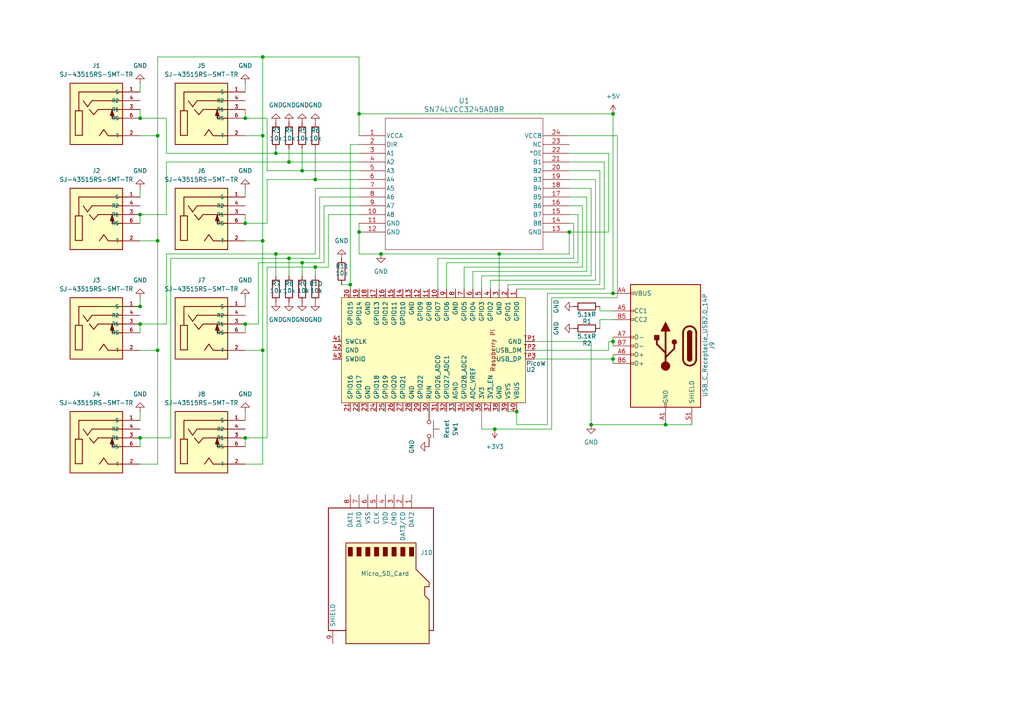
<source format=kicad_sch>
(kicad_sch
	(version 20231120)
	(generator "eeschema")
	(generator_version "8.0")
	(uuid "a0038771-ac45-43d1-ab31-089794fc8159")
	(paper "A4")
	(title_block
		(title "Cosmic Coinincidence Detector Hub")
		(date "2024-06-29")
	)
	(lib_symbols
		(symbol "Connector:Micro_SD_Card"
			(pin_names
				(offset 1.016)
			)
			(exclude_from_sim no)
			(in_bom yes)
			(on_board yes)
			(property "Reference" "J"
				(at -16.51 15.24 0)
				(effects
					(font
						(size 1.27 1.27)
					)
				)
			)
			(property "Value" "Micro_SD_Card"
				(at 16.51 15.24 0)
				(effects
					(font
						(size 1.27 1.27)
					)
					(justify right)
				)
			)
			(property "Footprint" ""
				(at 29.21 7.62 0)
				(effects
					(font
						(size 1.27 1.27)
					)
					(hide yes)
				)
			)
			(property "Datasheet" "http://katalog.we-online.de/em/datasheet/693072010801.pdf"
				(at 0 0 0)
				(effects
					(font
						(size 1.27 1.27)
					)
					(hide yes)
				)
			)
			(property "Description" "Micro SD Card Socket"
				(at 0 0 0)
				(effects
					(font
						(size 1.27 1.27)
					)
					(hide yes)
				)
			)
			(property "ki_keywords" "connector SD microsd"
				(at 0 0 0)
				(effects
					(font
						(size 1.27 1.27)
					)
					(hide yes)
				)
			)
			(property "ki_fp_filters" "microSD*"
				(at 0 0 0)
				(effects
					(font
						(size 1.27 1.27)
					)
					(hide yes)
				)
			)
			(symbol "Micro_SD_Card_0_1"
				(rectangle
					(start -7.62 -9.525)
					(end -5.08 -10.795)
					(stroke
						(width 0)
						(type default)
					)
					(fill
						(type outline)
					)
				)
				(rectangle
					(start -7.62 -6.985)
					(end -5.08 -8.255)
					(stroke
						(width 0)
						(type default)
					)
					(fill
						(type outline)
					)
				)
				(rectangle
					(start -7.62 -4.445)
					(end -5.08 -5.715)
					(stroke
						(width 0)
						(type default)
					)
					(fill
						(type outline)
					)
				)
				(rectangle
					(start -7.62 -1.905)
					(end -5.08 -3.175)
					(stroke
						(width 0)
						(type default)
					)
					(fill
						(type outline)
					)
				)
				(rectangle
					(start -7.62 0.635)
					(end -5.08 -0.635)
					(stroke
						(width 0)
						(type default)
					)
					(fill
						(type outline)
					)
				)
				(rectangle
					(start -7.62 3.175)
					(end -5.08 1.905)
					(stroke
						(width 0)
						(type default)
					)
					(fill
						(type outline)
					)
				)
				(rectangle
					(start -7.62 5.715)
					(end -5.08 4.445)
					(stroke
						(width 0)
						(type default)
					)
					(fill
						(type outline)
					)
				)
				(rectangle
					(start -7.62 8.255)
					(end -5.08 6.985)
					(stroke
						(width 0)
						(type default)
					)
					(fill
						(type outline)
					)
				)
				(polyline
					(pts
						(xy 16.51 12.7) (xy 16.51 13.97) (xy -19.05 13.97) (xy -19.05 -16.51) (xy 16.51 -16.51) (xy 16.51 -11.43)
					)
					(stroke
						(width 0.254)
						(type default)
					)
					(fill
						(type none)
					)
				)
				(polyline
					(pts
						(xy -8.89 -11.43) (xy -8.89 8.89) (xy -1.27 8.89) (xy 2.54 12.7) (xy 3.81 12.7) (xy 3.81 11.43)
						(xy 6.35 11.43) (xy 7.62 12.7) (xy 20.32 12.7) (xy 20.32 -11.43) (xy -8.89 -11.43)
					)
					(stroke
						(width 0.254)
						(type default)
					)
					(fill
						(type background)
					)
				)
			)
			(symbol "Micro_SD_Card_1_1"
				(pin bidirectional line
					(at -22.86 7.62 0)
					(length 3.81)
					(name "DAT2"
						(effects
							(font
								(size 1.27 1.27)
							)
						)
					)
					(number "1"
						(effects
							(font
								(size 1.27 1.27)
							)
						)
					)
				)
				(pin bidirectional line
					(at -22.86 5.08 0)
					(length 3.81)
					(name "DAT3/CD"
						(effects
							(font
								(size 1.27 1.27)
							)
						)
					)
					(number "2"
						(effects
							(font
								(size 1.27 1.27)
							)
						)
					)
				)
				(pin input line
					(at -22.86 2.54 0)
					(length 3.81)
					(name "CMD"
						(effects
							(font
								(size 1.27 1.27)
							)
						)
					)
					(number "3"
						(effects
							(font
								(size 1.27 1.27)
							)
						)
					)
				)
				(pin power_in line
					(at -22.86 0 0)
					(length 3.81)
					(name "VDD"
						(effects
							(font
								(size 1.27 1.27)
							)
						)
					)
					(number "4"
						(effects
							(font
								(size 1.27 1.27)
							)
						)
					)
				)
				(pin input line
					(at -22.86 -2.54 0)
					(length 3.81)
					(name "CLK"
						(effects
							(font
								(size 1.27 1.27)
							)
						)
					)
					(number "5"
						(effects
							(font
								(size 1.27 1.27)
							)
						)
					)
				)
				(pin power_in line
					(at -22.86 -5.08 0)
					(length 3.81)
					(name "VSS"
						(effects
							(font
								(size 1.27 1.27)
							)
						)
					)
					(number "6"
						(effects
							(font
								(size 1.27 1.27)
							)
						)
					)
				)
				(pin bidirectional line
					(at -22.86 -7.62 0)
					(length 3.81)
					(name "DAT0"
						(effects
							(font
								(size 1.27 1.27)
							)
						)
					)
					(number "7"
						(effects
							(font
								(size 1.27 1.27)
							)
						)
					)
				)
				(pin bidirectional line
					(at -22.86 -10.16 0)
					(length 3.81)
					(name "DAT1"
						(effects
							(font
								(size 1.27 1.27)
							)
						)
					)
					(number "8"
						(effects
							(font
								(size 1.27 1.27)
							)
						)
					)
				)
				(pin passive line
					(at 20.32 -15.24 180)
					(length 3.81)
					(name "SHIELD"
						(effects
							(font
								(size 1.27 1.27)
							)
						)
					)
					(number "9"
						(effects
							(font
								(size 1.27 1.27)
							)
						)
					)
				)
			)
		)
		(symbol "Connector:USB_C_Receptacle_USB2.0_14P"
			(pin_names
				(offset 1.016)
			)
			(exclude_from_sim no)
			(in_bom yes)
			(on_board yes)
			(property "Reference" "J"
				(at 0 22.225 0)
				(effects
					(font
						(size 1.27 1.27)
					)
				)
			)
			(property "Value" "USB_C_Receptacle_USB2.0_14P"
				(at 0 19.685 0)
				(effects
					(font
						(size 1.27 1.27)
					)
				)
			)
			(property "Footprint" ""
				(at 3.81 0 0)
				(effects
					(font
						(size 1.27 1.27)
					)
					(hide yes)
				)
			)
			(property "Datasheet" "https://www.usb.org/sites/default/files/documents/usb_type-c.zip"
				(at 3.81 0 0)
				(effects
					(font
						(size 1.27 1.27)
					)
					(hide yes)
				)
			)
			(property "Description" "USB 2.0-only 14P Type-C Receptacle connector"
				(at 0 0 0)
				(effects
					(font
						(size 1.27 1.27)
					)
					(hide yes)
				)
			)
			(property "ki_keywords" "usb universal serial bus type-C USB2.0"
				(at 0 0 0)
				(effects
					(font
						(size 1.27 1.27)
					)
					(hide yes)
				)
			)
			(property "ki_fp_filters" "USB*C*Receptacle*"
				(at 0 0 0)
				(effects
					(font
						(size 1.27 1.27)
					)
					(hide yes)
				)
			)
			(symbol "USB_C_Receptacle_USB2.0_14P_0_0"
				(rectangle
					(start -0.254 -17.78)
					(end 0.254 -16.764)
					(stroke
						(width 0)
						(type default)
					)
					(fill
						(type none)
					)
				)
				(rectangle
					(start 10.16 -4.826)
					(end 9.144 -5.334)
					(stroke
						(width 0)
						(type default)
					)
					(fill
						(type none)
					)
				)
				(rectangle
					(start 10.16 -2.286)
					(end 9.144 -2.794)
					(stroke
						(width 0)
						(type default)
					)
					(fill
						(type none)
					)
				)
				(rectangle
					(start 10.16 0.254)
					(end 9.144 -0.254)
					(stroke
						(width 0)
						(type default)
					)
					(fill
						(type none)
					)
				)
				(rectangle
					(start 10.16 2.794)
					(end 9.144 2.286)
					(stroke
						(width 0)
						(type default)
					)
					(fill
						(type none)
					)
				)
				(rectangle
					(start 10.16 7.874)
					(end 9.144 7.366)
					(stroke
						(width 0)
						(type default)
					)
					(fill
						(type none)
					)
				)
				(rectangle
					(start 10.16 10.414)
					(end 9.144 9.906)
					(stroke
						(width 0)
						(type default)
					)
					(fill
						(type none)
					)
				)
				(rectangle
					(start 10.16 15.494)
					(end 9.144 14.986)
					(stroke
						(width 0)
						(type default)
					)
					(fill
						(type none)
					)
				)
			)
			(symbol "USB_C_Receptacle_USB2.0_14P_0_1"
				(rectangle
					(start -10.16 17.78)
					(end 10.16 -17.78)
					(stroke
						(width 0.254)
						(type default)
					)
					(fill
						(type background)
					)
				)
				(arc
					(start -8.89 -3.81)
					(mid -6.985 -5.7067)
					(end -5.08 -3.81)
					(stroke
						(width 0.508)
						(type default)
					)
					(fill
						(type none)
					)
				)
				(arc
					(start -7.62 -3.81)
					(mid -6.985 -4.4423)
					(end -6.35 -3.81)
					(stroke
						(width 0.254)
						(type default)
					)
					(fill
						(type none)
					)
				)
				(arc
					(start -7.62 -3.81)
					(mid -6.985 -4.4423)
					(end -6.35 -3.81)
					(stroke
						(width 0.254)
						(type default)
					)
					(fill
						(type outline)
					)
				)
				(rectangle
					(start -7.62 -3.81)
					(end -6.35 3.81)
					(stroke
						(width 0.254)
						(type default)
					)
					(fill
						(type outline)
					)
				)
				(arc
					(start -6.35 3.81)
					(mid -6.985 4.4423)
					(end -7.62 3.81)
					(stroke
						(width 0.254)
						(type default)
					)
					(fill
						(type none)
					)
				)
				(arc
					(start -6.35 3.81)
					(mid -6.985 4.4423)
					(end -7.62 3.81)
					(stroke
						(width 0.254)
						(type default)
					)
					(fill
						(type outline)
					)
				)
				(arc
					(start -5.08 3.81)
					(mid -6.985 5.7067)
					(end -8.89 3.81)
					(stroke
						(width 0.508)
						(type default)
					)
					(fill
						(type none)
					)
				)
				(circle
					(center -2.54 1.143)
					(radius 0.635)
					(stroke
						(width 0.254)
						(type default)
					)
					(fill
						(type outline)
					)
				)
				(circle
					(center 0 -5.842)
					(radius 1.27)
					(stroke
						(width 0)
						(type default)
					)
					(fill
						(type outline)
					)
				)
				(polyline
					(pts
						(xy -8.89 -3.81) (xy -8.89 3.81)
					)
					(stroke
						(width 0.508)
						(type default)
					)
					(fill
						(type none)
					)
				)
				(polyline
					(pts
						(xy -5.08 3.81) (xy -5.08 -3.81)
					)
					(stroke
						(width 0.508)
						(type default)
					)
					(fill
						(type none)
					)
				)
				(polyline
					(pts
						(xy 0 -5.842) (xy 0 4.318)
					)
					(stroke
						(width 0.508)
						(type default)
					)
					(fill
						(type none)
					)
				)
				(polyline
					(pts
						(xy 0 -3.302) (xy -2.54 -0.762) (xy -2.54 0.508)
					)
					(stroke
						(width 0.508)
						(type default)
					)
					(fill
						(type none)
					)
				)
				(polyline
					(pts
						(xy 0 -2.032) (xy 2.54 0.508) (xy 2.54 1.778)
					)
					(stroke
						(width 0.508)
						(type default)
					)
					(fill
						(type none)
					)
				)
				(polyline
					(pts
						(xy -1.27 4.318) (xy 0 6.858) (xy 1.27 4.318) (xy -1.27 4.318)
					)
					(stroke
						(width 0.254)
						(type default)
					)
					(fill
						(type outline)
					)
				)
				(rectangle
					(start 1.905 1.778)
					(end 3.175 3.048)
					(stroke
						(width 0.254)
						(type default)
					)
					(fill
						(type outline)
					)
				)
			)
			(symbol "USB_C_Receptacle_USB2.0_14P_1_1"
				(pin passive line
					(at 0 -22.86 90)
					(length 5.08)
					(name "GND"
						(effects
							(font
								(size 1.27 1.27)
							)
						)
					)
					(number "A1"
						(effects
							(font
								(size 1.27 1.27)
							)
						)
					)
				)
				(pin passive line
					(at 0 -22.86 90)
					(length 5.08) hide
					(name "GND"
						(effects
							(font
								(size 1.27 1.27)
							)
						)
					)
					(number "A12"
						(effects
							(font
								(size 1.27 1.27)
							)
						)
					)
				)
				(pin passive line
					(at 15.24 15.24 180)
					(length 5.08)
					(name "VBUS"
						(effects
							(font
								(size 1.27 1.27)
							)
						)
					)
					(number "A4"
						(effects
							(font
								(size 1.27 1.27)
							)
						)
					)
				)
				(pin bidirectional line
					(at 15.24 10.16 180)
					(length 5.08)
					(name "CC1"
						(effects
							(font
								(size 1.27 1.27)
							)
						)
					)
					(number "A5"
						(effects
							(font
								(size 1.27 1.27)
							)
						)
					)
				)
				(pin bidirectional line
					(at 15.24 -2.54 180)
					(length 5.08)
					(name "D+"
						(effects
							(font
								(size 1.27 1.27)
							)
						)
					)
					(number "A6"
						(effects
							(font
								(size 1.27 1.27)
							)
						)
					)
				)
				(pin bidirectional line
					(at 15.24 2.54 180)
					(length 5.08)
					(name "D-"
						(effects
							(font
								(size 1.27 1.27)
							)
						)
					)
					(number "A7"
						(effects
							(font
								(size 1.27 1.27)
							)
						)
					)
				)
				(pin passive line
					(at 15.24 15.24 180)
					(length 5.08) hide
					(name "VBUS"
						(effects
							(font
								(size 1.27 1.27)
							)
						)
					)
					(number "A9"
						(effects
							(font
								(size 1.27 1.27)
							)
						)
					)
				)
				(pin passive line
					(at 0 -22.86 90)
					(length 5.08) hide
					(name "GND"
						(effects
							(font
								(size 1.27 1.27)
							)
						)
					)
					(number "B1"
						(effects
							(font
								(size 1.27 1.27)
							)
						)
					)
				)
				(pin passive line
					(at 0 -22.86 90)
					(length 5.08) hide
					(name "GND"
						(effects
							(font
								(size 1.27 1.27)
							)
						)
					)
					(number "B12"
						(effects
							(font
								(size 1.27 1.27)
							)
						)
					)
				)
				(pin passive line
					(at 15.24 15.24 180)
					(length 5.08) hide
					(name "VBUS"
						(effects
							(font
								(size 1.27 1.27)
							)
						)
					)
					(number "B4"
						(effects
							(font
								(size 1.27 1.27)
							)
						)
					)
				)
				(pin bidirectional line
					(at 15.24 7.62 180)
					(length 5.08)
					(name "CC2"
						(effects
							(font
								(size 1.27 1.27)
							)
						)
					)
					(number "B5"
						(effects
							(font
								(size 1.27 1.27)
							)
						)
					)
				)
				(pin bidirectional line
					(at 15.24 -5.08 180)
					(length 5.08)
					(name "D+"
						(effects
							(font
								(size 1.27 1.27)
							)
						)
					)
					(number "B6"
						(effects
							(font
								(size 1.27 1.27)
							)
						)
					)
				)
				(pin bidirectional line
					(at 15.24 0 180)
					(length 5.08)
					(name "D-"
						(effects
							(font
								(size 1.27 1.27)
							)
						)
					)
					(number "B7"
						(effects
							(font
								(size 1.27 1.27)
							)
						)
					)
				)
				(pin passive line
					(at 15.24 15.24 180)
					(length 5.08) hide
					(name "VBUS"
						(effects
							(font
								(size 1.27 1.27)
							)
						)
					)
					(number "B9"
						(effects
							(font
								(size 1.27 1.27)
							)
						)
					)
				)
				(pin passive line
					(at -7.62 -22.86 90)
					(length 5.08)
					(name "SHIELD"
						(effects
							(font
								(size 1.27 1.27)
							)
						)
					)
					(number "S1"
						(effects
							(font
								(size 1.27 1.27)
							)
						)
					)
				)
			)
		)
		(symbol "Device:R"
			(pin_numbers hide)
			(pin_names
				(offset 0)
			)
			(exclude_from_sim no)
			(in_bom yes)
			(on_board yes)
			(property "Reference" "R"
				(at 2.032 0 90)
				(effects
					(font
						(size 1.27 1.27)
					)
				)
			)
			(property "Value" "R"
				(at 0 0 90)
				(effects
					(font
						(size 1.27 1.27)
					)
				)
			)
			(property "Footprint" ""
				(at -1.778 0 90)
				(effects
					(font
						(size 1.27 1.27)
					)
					(hide yes)
				)
			)
			(property "Datasheet" "~"
				(at 0 0 0)
				(effects
					(font
						(size 1.27 1.27)
					)
					(hide yes)
				)
			)
			(property "Description" "Resistor"
				(at 0 0 0)
				(effects
					(font
						(size 1.27 1.27)
					)
					(hide yes)
				)
			)
			(property "ki_keywords" "R res resistor"
				(at 0 0 0)
				(effects
					(font
						(size 1.27 1.27)
					)
					(hide yes)
				)
			)
			(property "ki_fp_filters" "R_*"
				(at 0 0 0)
				(effects
					(font
						(size 1.27 1.27)
					)
					(hide yes)
				)
			)
			(symbol "R_0_1"
				(rectangle
					(start -1.016 -2.54)
					(end 1.016 2.54)
					(stroke
						(width 0.254)
						(type default)
					)
					(fill
						(type none)
					)
				)
			)
			(symbol "R_1_1"
				(pin passive line
					(at 0 3.81 270)
					(length 1.27)
					(name "~"
						(effects
							(font
								(size 1.27 1.27)
							)
						)
					)
					(number "1"
						(effects
							(font
								(size 1.27 1.27)
							)
						)
					)
				)
				(pin passive line
					(at 0 -3.81 90)
					(length 1.27)
					(name "~"
						(effects
							(font
								(size 1.27 1.27)
							)
						)
					)
					(number "2"
						(effects
							(font
								(size 1.27 1.27)
							)
						)
					)
				)
			)
		)
		(symbol "RPi_Pico:PicoW"
			(pin_names
				(offset 1.016)
			)
			(exclude_from_sim no)
			(in_bom yes)
			(on_board yes)
			(property "Reference" "U"
				(at -13.97 27.94 0)
				(effects
					(font
						(size 1.27 1.27)
					)
				)
			)
			(property "Value" "PicoW"
				(at 0 15.24 0)
				(effects
					(font
						(size 1.27 1.27)
					)
				)
			)
			(property "Footprint" "RPi_PicoW:RPi_Pico_SMD_TH"
				(at 0 0 90)
				(effects
					(font
						(size 1.27 1.27)
					)
					(hide yes)
				)
			)
			(property "Datasheet" ""
				(at 0 0 0)
				(effects
					(font
						(size 1.27 1.27)
					)
					(hide yes)
				)
			)
			(property "Description" ""
				(at 0 0 0)
				(effects
					(font
						(size 1.27 1.27)
					)
					(hide yes)
				)
			)
			(symbol "PicoW_0_0"
				(text "Raspberry Pi"
					(at 0 17.272 0)
					(effects
						(font
							(size 1.27 1.27)
						)
					)
				)
			)
			(symbol "PicoW_0_1"
				(rectangle
					(start -15.24 26.67)
					(end 15.24 -26.67)
					(stroke
						(width 0)
						(type default)
					)
					(fill
						(type background)
					)
				)
			)
			(symbol "PicoW_1_1"
				(pin bidirectional line
					(at -17.78 24.13 0)
					(length 2.54)
					(name "GPIO0"
						(effects
							(font
								(size 1.27 1.27)
							)
						)
					)
					(number "1"
						(effects
							(font
								(size 1.27 1.27)
							)
						)
					)
				)
				(pin bidirectional line
					(at -17.78 1.27 0)
					(length 2.54)
					(name "GPIO7"
						(effects
							(font
								(size 1.27 1.27)
							)
						)
					)
					(number "10"
						(effects
							(font
								(size 1.27 1.27)
							)
						)
					)
				)
				(pin bidirectional line
					(at -17.78 -1.27 0)
					(length 2.54)
					(name "GPIO8"
						(effects
							(font
								(size 1.27 1.27)
							)
						)
					)
					(number "11"
						(effects
							(font
								(size 1.27 1.27)
							)
						)
					)
				)
				(pin bidirectional line
					(at -17.78 -3.81 0)
					(length 2.54)
					(name "GPIO9"
						(effects
							(font
								(size 1.27 1.27)
							)
						)
					)
					(number "12"
						(effects
							(font
								(size 1.27 1.27)
							)
						)
					)
				)
				(pin power_in line
					(at -17.78 -6.35 0)
					(length 2.54)
					(name "GND"
						(effects
							(font
								(size 1.27 1.27)
							)
						)
					)
					(number "13"
						(effects
							(font
								(size 1.27 1.27)
							)
						)
					)
				)
				(pin bidirectional line
					(at -17.78 -8.89 0)
					(length 2.54)
					(name "GPIO10"
						(effects
							(font
								(size 1.27 1.27)
							)
						)
					)
					(number "14"
						(effects
							(font
								(size 1.27 1.27)
							)
						)
					)
				)
				(pin bidirectional line
					(at -17.78 -11.43 0)
					(length 2.54)
					(name "GPIO11"
						(effects
							(font
								(size 1.27 1.27)
							)
						)
					)
					(number "15"
						(effects
							(font
								(size 1.27 1.27)
							)
						)
					)
				)
				(pin bidirectional line
					(at -17.78 -13.97 0)
					(length 2.54)
					(name "GPIO12"
						(effects
							(font
								(size 1.27 1.27)
							)
						)
					)
					(number "16"
						(effects
							(font
								(size 1.27 1.27)
							)
						)
					)
				)
				(pin bidirectional line
					(at -17.78 -16.51 0)
					(length 2.54)
					(name "GPIO13"
						(effects
							(font
								(size 1.27 1.27)
							)
						)
					)
					(number "17"
						(effects
							(font
								(size 1.27 1.27)
							)
						)
					)
				)
				(pin power_in line
					(at -17.78 -19.05 0)
					(length 2.54)
					(name "GND"
						(effects
							(font
								(size 1.27 1.27)
							)
						)
					)
					(number "18"
						(effects
							(font
								(size 1.27 1.27)
							)
						)
					)
				)
				(pin bidirectional line
					(at -17.78 -21.59 0)
					(length 2.54)
					(name "GPIO14"
						(effects
							(font
								(size 1.27 1.27)
							)
						)
					)
					(number "19"
						(effects
							(font
								(size 1.27 1.27)
							)
						)
					)
				)
				(pin bidirectional line
					(at -17.78 21.59 0)
					(length 2.54)
					(name "GPIO1"
						(effects
							(font
								(size 1.27 1.27)
							)
						)
					)
					(number "2"
						(effects
							(font
								(size 1.27 1.27)
							)
						)
					)
				)
				(pin bidirectional line
					(at -17.78 -24.13 0)
					(length 2.54)
					(name "GPIO15"
						(effects
							(font
								(size 1.27 1.27)
							)
						)
					)
					(number "20"
						(effects
							(font
								(size 1.27 1.27)
							)
						)
					)
				)
				(pin bidirectional line
					(at 17.78 -24.13 180)
					(length 2.54)
					(name "GPIO16"
						(effects
							(font
								(size 1.27 1.27)
							)
						)
					)
					(number "21"
						(effects
							(font
								(size 1.27 1.27)
							)
						)
					)
				)
				(pin bidirectional line
					(at 17.78 -21.59 180)
					(length 2.54)
					(name "GPIO17"
						(effects
							(font
								(size 1.27 1.27)
							)
						)
					)
					(number "22"
						(effects
							(font
								(size 1.27 1.27)
							)
						)
					)
				)
				(pin power_in line
					(at 17.78 -19.05 180)
					(length 2.54)
					(name "GND"
						(effects
							(font
								(size 1.27 1.27)
							)
						)
					)
					(number "23"
						(effects
							(font
								(size 1.27 1.27)
							)
						)
					)
				)
				(pin bidirectional line
					(at 17.78 -16.51 180)
					(length 2.54)
					(name "GPIO18"
						(effects
							(font
								(size 1.27 1.27)
							)
						)
					)
					(number "24"
						(effects
							(font
								(size 1.27 1.27)
							)
						)
					)
				)
				(pin bidirectional line
					(at 17.78 -13.97 180)
					(length 2.54)
					(name "GPIO19"
						(effects
							(font
								(size 1.27 1.27)
							)
						)
					)
					(number "25"
						(effects
							(font
								(size 1.27 1.27)
							)
						)
					)
				)
				(pin bidirectional line
					(at 17.78 -11.43 180)
					(length 2.54)
					(name "GPIO20"
						(effects
							(font
								(size 1.27 1.27)
							)
						)
					)
					(number "26"
						(effects
							(font
								(size 1.27 1.27)
							)
						)
					)
				)
				(pin bidirectional line
					(at 17.78 -8.89 180)
					(length 2.54)
					(name "GPIO21"
						(effects
							(font
								(size 1.27 1.27)
							)
						)
					)
					(number "27"
						(effects
							(font
								(size 1.27 1.27)
							)
						)
					)
				)
				(pin power_in line
					(at 17.78 -6.35 180)
					(length 2.54)
					(name "GND"
						(effects
							(font
								(size 1.27 1.27)
							)
						)
					)
					(number "28"
						(effects
							(font
								(size 1.27 1.27)
							)
						)
					)
				)
				(pin bidirectional line
					(at 17.78 -3.81 180)
					(length 2.54)
					(name "GPIO22"
						(effects
							(font
								(size 1.27 1.27)
							)
						)
					)
					(number "29"
						(effects
							(font
								(size 1.27 1.27)
							)
						)
					)
				)
				(pin power_in line
					(at -17.78 19.05 0)
					(length 2.54)
					(name "GND"
						(effects
							(font
								(size 1.27 1.27)
							)
						)
					)
					(number "3"
						(effects
							(font
								(size 1.27 1.27)
							)
						)
					)
				)
				(pin input line
					(at 17.78 -1.27 180)
					(length 2.54)
					(name "RUN"
						(effects
							(font
								(size 1.27 1.27)
							)
						)
					)
					(number "30"
						(effects
							(font
								(size 1.27 1.27)
							)
						)
					)
				)
				(pin bidirectional line
					(at 17.78 1.27 180)
					(length 2.54)
					(name "GPIO26_ADC0"
						(effects
							(font
								(size 1.27 1.27)
							)
						)
					)
					(number "31"
						(effects
							(font
								(size 1.27 1.27)
							)
						)
					)
				)
				(pin bidirectional line
					(at 17.78 3.81 180)
					(length 2.54)
					(name "GPIO27_ADC1"
						(effects
							(font
								(size 1.27 1.27)
							)
						)
					)
					(number "32"
						(effects
							(font
								(size 1.27 1.27)
							)
						)
					)
				)
				(pin power_in line
					(at 17.78 6.35 180)
					(length 2.54)
					(name "AGND"
						(effects
							(font
								(size 1.27 1.27)
							)
						)
					)
					(number "33"
						(effects
							(font
								(size 1.27 1.27)
							)
						)
					)
				)
				(pin bidirectional line
					(at 17.78 8.89 180)
					(length 2.54)
					(name "GPIO28_ADC2"
						(effects
							(font
								(size 1.27 1.27)
							)
						)
					)
					(number "34"
						(effects
							(font
								(size 1.27 1.27)
							)
						)
					)
				)
				(pin unspecified line
					(at 17.78 11.43 180)
					(length 2.54)
					(name "ADC_VREF"
						(effects
							(font
								(size 1.27 1.27)
							)
						)
					)
					(number "35"
						(effects
							(font
								(size 1.27 1.27)
							)
						)
					)
				)
				(pin unspecified line
					(at 17.78 13.97 180)
					(length 2.54)
					(name "3V3"
						(effects
							(font
								(size 1.27 1.27)
							)
						)
					)
					(number "36"
						(effects
							(font
								(size 1.27 1.27)
							)
						)
					)
				)
				(pin input line
					(at 17.78 16.51 180)
					(length 2.54)
					(name "3V3_EN"
						(effects
							(font
								(size 1.27 1.27)
							)
						)
					)
					(number "37"
						(effects
							(font
								(size 1.27 1.27)
							)
						)
					)
				)
				(pin bidirectional line
					(at 17.78 19.05 180)
					(length 2.54)
					(name "GND"
						(effects
							(font
								(size 1.27 1.27)
							)
						)
					)
					(number "38"
						(effects
							(font
								(size 1.27 1.27)
							)
						)
					)
				)
				(pin unspecified line
					(at 17.78 21.59 180)
					(length 2.54)
					(name "VSYS"
						(effects
							(font
								(size 1.27 1.27)
							)
						)
					)
					(number "39"
						(effects
							(font
								(size 1.27 1.27)
							)
						)
					)
				)
				(pin bidirectional line
					(at -17.78 16.51 0)
					(length 2.54)
					(name "GPIO2"
						(effects
							(font
								(size 1.27 1.27)
							)
						)
					)
					(number "4"
						(effects
							(font
								(size 1.27 1.27)
							)
						)
					)
				)
				(pin unspecified line
					(at 17.78 24.13 180)
					(length 2.54)
					(name "VBUS"
						(effects
							(font
								(size 1.27 1.27)
							)
						)
					)
					(number "40"
						(effects
							(font
								(size 1.27 1.27)
							)
						)
					)
				)
				(pin input line
					(at -2.54 -29.21 90)
					(length 2.54)
					(name "SWCLK"
						(effects
							(font
								(size 1.27 1.27)
							)
						)
					)
					(number "41"
						(effects
							(font
								(size 1.27 1.27)
							)
						)
					)
				)
				(pin power_in line
					(at 0 -29.21 90)
					(length 2.54)
					(name "GND"
						(effects
							(font
								(size 1.27 1.27)
							)
						)
					)
					(number "42"
						(effects
							(font
								(size 1.27 1.27)
							)
						)
					)
				)
				(pin bidirectional line
					(at 2.54 -29.21 90)
					(length 2.54)
					(name "SWDIO"
						(effects
							(font
								(size 1.27 1.27)
							)
						)
					)
					(number "43"
						(effects
							(font
								(size 1.27 1.27)
							)
						)
					)
				)
				(pin bidirectional line
					(at -17.78 13.97 0)
					(length 2.54)
					(name "GPIO3"
						(effects
							(font
								(size 1.27 1.27)
							)
						)
					)
					(number "5"
						(effects
							(font
								(size 1.27 1.27)
							)
						)
					)
				)
				(pin bidirectional line
					(at -17.78 11.43 0)
					(length 2.54)
					(name "GPIO4"
						(effects
							(font
								(size 1.27 1.27)
							)
						)
					)
					(number "6"
						(effects
							(font
								(size 1.27 1.27)
							)
						)
					)
				)
				(pin bidirectional line
					(at -17.78 8.89 0)
					(length 2.54)
					(name "GPIO5"
						(effects
							(font
								(size 1.27 1.27)
							)
						)
					)
					(number "7"
						(effects
							(font
								(size 1.27 1.27)
							)
						)
					)
				)
				(pin power_in line
					(at -17.78 6.35 0)
					(length 2.54)
					(name "GND"
						(effects
							(font
								(size 1.27 1.27)
							)
						)
					)
					(number "8"
						(effects
							(font
								(size 1.27 1.27)
							)
						)
					)
				)
				(pin bidirectional line
					(at -17.78 3.81 0)
					(length 2.54)
					(name "GPIO6"
						(effects
							(font
								(size 1.27 1.27)
							)
						)
					)
					(number "9"
						(effects
							(font
								(size 1.27 1.27)
							)
						)
					)
				)
				(pin input line
					(at -2.54 29.21 270)
					(length 2.54)
					(name "GND"
						(effects
							(font
								(size 1.27 1.27)
							)
						)
					)
					(number "TP1"
						(effects
							(font
								(size 1.27 1.27)
							)
						)
					)
				)
				(pin input line
					(at 0 29.21 270)
					(length 2.54)
					(name "USB_DM"
						(effects
							(font
								(size 1.27 1.27)
							)
						)
					)
					(number "TP2"
						(effects
							(font
								(size 1.27 1.27)
							)
						)
					)
				)
				(pin input line
					(at 2.54 29.21 270)
					(length 2.54)
					(name "USB_DP"
						(effects
							(font
								(size 1.27 1.27)
							)
						)
					)
					(number "TP3"
						(effects
							(font
								(size 1.27 1.27)
							)
						)
					)
				)
			)
		)
		(symbol "SJ-43515RS-SMT-TR:SJ-43515RS-SMT-TR"
			(pin_names
				(offset 1.016)
			)
			(exclude_from_sim no)
			(in_bom yes)
			(on_board yes)
			(property "Reference" "J"
				(at -7.6206 8.3829 0)
				(effects
					(font
						(size 1.27 1.27)
					)
					(justify left bottom)
				)
			)
			(property "Value" "SJ-43515RS-SMT-TR"
				(at -7.6269 -12.7092 0)
				(effects
					(font
						(size 1.27 1.27)
					)
					(justify left bottom)
				)
			)
			(property "Footprint" "SJ-43515RS-SMT-TR:CUI_SJ-43515RS-SMT-TR"
				(at 0.254 9.398 0)
				(effects
					(font
						(size 1.27 1.27)
					)
					(justify bottom)
					(hide yes)
				)
			)
			(property "Datasheet" ""
				(at 0 0 0)
				(effects
					(font
						(size 1.27 1.27)
					)
					(hide yes)
				)
			)
			(property "Description" ""
				(at 0 0 0)
				(effects
					(font
						(size 1.27 1.27)
					)
					(hide yes)
				)
			)
			(property "PARTREV" "1.05"
				(at -16.764 1.27 0)
				(effects
					(font
						(size 1.27 1.27)
					)
					(justify bottom)
					(hide yes)
				)
			)
			(property "STANDARD" "Manufacturer Recommendations"
				(at 0 -16.51 0)
				(effects
					(font
						(size 1.27 1.27)
					)
					(justify bottom)
					(hide yes)
				)
			)
			(property "SNAPEDA_PN" "SJ-43515RS-SMT-TR"
				(at -2.032 -19.558 0)
				(effects
					(font
						(size 1.27 1.27)
					)
					(justify bottom)
					(hide yes)
				)
			)
			(property "MAXIMUM_PACKAGE_HEIGHT" "5.3mm"
				(at -15.748 5.334 0)
				(effects
					(font
						(size 1.27 1.27)
					)
					(justify bottom)
					(hide yes)
				)
			)
			(property "MANUFACTURER" "CUI Devices"
				(at -18.542 -4.318 0)
				(effects
					(font
						(size 1.27 1.27)
					)
					(justify bottom)
					(hide yes)
				)
			)
			(symbol "SJ-43515RS-SMT-TR_0_0"
				(rectangle
					(start -7.62 7.62)
					(end 7.62 -10.16)
					(stroke
						(width 0.254)
						(type default)
					)
					(fill
						(type background)
					)
				)
				(polyline
					(pts
						(xy -6.096 -7.493) (xy -4.064 -7.493)
					)
					(stroke
						(width 0.254)
						(type default)
					)
					(fill
						(type none)
					)
				)
				(polyline
					(pts
						(xy -6.096 -0.381) (xy -6.096 -7.493)
					)
					(stroke
						(width 0.254)
						(type default)
					)
					(fill
						(type none)
					)
				)
				(polyline
					(pts
						(xy -5.08 5.08) (xy -5.08 -0.254)
					)
					(stroke
						(width 0.254)
						(type default)
					)
					(fill
						(type none)
					)
				)
				(polyline
					(pts
						(xy -5.08 5.08) (xy 7.62 5.08)
					)
					(stroke
						(width 0.254)
						(type default)
					)
					(fill
						(type none)
					)
				)
				(polyline
					(pts
						(xy -4.064 -7.493) (xy -4.064 -0.381)
					)
					(stroke
						(width 0.254)
						(type default)
					)
					(fill
						(type none)
					)
				)
				(polyline
					(pts
						(xy -4.064 -0.381) (xy -6.096 -0.381)
					)
					(stroke
						(width 0.254)
						(type default)
					)
					(fill
						(type none)
					)
				)
				(polyline
					(pts
						(xy -3.81 2.54) (xy -2.54 0.762)
					)
					(stroke
						(width 0.254)
						(type default)
					)
					(fill
						(type none)
					)
				)
				(polyline
					(pts
						(xy -2.54 0.762) (xy -1.27 2.54)
					)
					(stroke
						(width 0.254)
						(type default)
					)
					(fill
						(type none)
					)
				)
				(polyline
					(pts
						(xy -2.032 0) (xy -0.762 -1.524)
					)
					(stroke
						(width 0.254)
						(type default)
					)
					(fill
						(type none)
					)
				)
				(polyline
					(pts
						(xy -1.27 2.54) (xy 7.62 2.54)
					)
					(stroke
						(width 0.254)
						(type default)
					)
					(fill
						(type none)
					)
				)
				(polyline
					(pts
						(xy -0.762 -1.524) (xy 0.508 0)
					)
					(stroke
						(width 0.254)
						(type default)
					)
					(fill
						(type none)
					)
				)
				(polyline
					(pts
						(xy 0.508 0) (xy 7.62 0)
					)
					(stroke
						(width 0.254)
						(type default)
					)
					(fill
						(type none)
					)
				)
				(polyline
					(pts
						(xy 0.889 -7.62) (xy 2.159 -5.842)
					)
					(stroke
						(width 0.254)
						(type default)
					)
					(fill
						(type none)
					)
				)
				(polyline
					(pts
						(xy 2.159 -5.842) (xy 3.429 -7.62)
					)
					(stroke
						(width 0.254)
						(type default)
					)
					(fill
						(type none)
					)
				)
				(polyline
					(pts
						(xy 3.429 -7.62) (xy 7.62 -7.62)
					)
					(stroke
						(width 0.254)
						(type default)
					)
					(fill
						(type none)
					)
				)
				(polyline
					(pts
						(xy 4.572 -2.54) (xy 4.572 -1.778)
					)
					(stroke
						(width 0.254)
						(type default)
					)
					(fill
						(type none)
					)
				)
				(polyline
					(pts
						(xy 4.572 -2.54) (xy 7.62 -2.54)
					)
					(stroke
						(width 0.254)
						(type default)
					)
					(fill
						(type none)
					)
				)
				(polyline
					(pts
						(xy 5.08 -1.778) (xy 4.064 -1.778) (xy 4.572 -0.127) (xy 5.08 -1.778)
					)
					(stroke
						(width 0.254)
						(type default)
					)
					(fill
						(type outline)
					)
				)
				(pin passive line
					(at 12.7 5.08 180)
					(length 5.08)
					(name "S"
						(effects
							(font
								(size 1.016 1.016)
							)
						)
					)
					(number "1"
						(effects
							(font
								(size 1.016 1.016)
							)
						)
					)
				)
				(pin passive line
					(at 12.7 -7.62 180)
					(length 5.08)
					(name "T"
						(effects
							(font
								(size 1.016 1.016)
							)
						)
					)
					(number "2"
						(effects
							(font
								(size 1.016 1.016)
							)
						)
					)
				)
				(pin passive line
					(at 12.7 0 180)
					(length 5.08)
					(name "R1"
						(effects
							(font
								(size 1.016 1.016)
							)
						)
					)
					(number "3"
						(effects
							(font
								(size 1.016 1.016)
							)
						)
					)
				)
				(pin passive line
					(at 12.7 2.54 180)
					(length 5.08)
					(name "R2"
						(effects
							(font
								(size 1.016 1.016)
							)
						)
					)
					(number "4"
						(effects
							(font
								(size 1.016 1.016)
							)
						)
					)
				)
				(pin passive line
					(at 12.7 -2.54 180)
					(length 5.08)
					(name "RS"
						(effects
							(font
								(size 1.016 1.016)
							)
						)
					)
					(number "6"
						(effects
							(font
								(size 1.016 1.016)
							)
						)
					)
				)
			)
		)
		(symbol "SN74LVCC3245ADBR:SN74LVCC3245ADBR"
			(pin_names
				(offset 0.254)
			)
			(exclude_from_sim no)
			(in_bom yes)
			(on_board yes)
			(property "Reference" "U"
				(at 30.48 10.16 0)
				(effects
					(font
						(size 1.524 1.524)
					)
				)
			)
			(property "Value" "SN74LVCC3245ADBR"
				(at 30.48 7.62 0)
				(effects
					(font
						(size 1.524 1.524)
					)
				)
			)
			(property "Footprint" "DB24"
				(at 0 0 0)
				(effects
					(font
						(size 1.27 1.27)
						(italic yes)
					)
					(hide yes)
				)
			)
			(property "Datasheet" "SN74LVCC3245ADBR"
				(at 0 0 0)
				(effects
					(font
						(size 1.27 1.27)
						(italic yes)
					)
					(hide yes)
				)
			)
			(property "Description" ""
				(at 0 0 0)
				(effects
					(font
						(size 1.27 1.27)
					)
					(hide yes)
				)
			)
			(property "ki_locked" ""
				(at 0 0 0)
				(effects
					(font
						(size 1.27 1.27)
					)
				)
			)
			(property "ki_keywords" "SN74LVCC3245ADBR"
				(at 0 0 0)
				(effects
					(font
						(size 1.27 1.27)
					)
					(hide yes)
				)
			)
			(property "ki_fp_filters" "DB24 DB24-M DB24-L"
				(at 0 0 0)
				(effects
					(font
						(size 1.27 1.27)
					)
					(hide yes)
				)
			)
			(symbol "SN74LVCC3245ADBR_0_1"
				(polyline
					(pts
						(xy 7.62 -33.02) (xy 53.34 -33.02)
					)
					(stroke
						(width 0.127)
						(type default)
					)
					(fill
						(type none)
					)
				)
				(polyline
					(pts
						(xy 7.62 5.08) (xy 7.62 -33.02)
					)
					(stroke
						(width 0.127)
						(type default)
					)
					(fill
						(type none)
					)
				)
				(polyline
					(pts
						(xy 53.34 -33.02) (xy 53.34 5.08)
					)
					(stroke
						(width 0.127)
						(type default)
					)
					(fill
						(type none)
					)
				)
				(polyline
					(pts
						(xy 53.34 5.08) (xy 7.62 5.08)
					)
					(stroke
						(width 0.127)
						(type default)
					)
					(fill
						(type none)
					)
				)
				(pin power_in line
					(at 0 0 0)
					(length 7.62)
					(name "VCCA"
						(effects
							(font
								(size 1.27 1.27)
							)
						)
					)
					(number "1"
						(effects
							(font
								(size 1.27 1.27)
							)
						)
					)
				)
				(pin bidirectional line
					(at 0 -22.86 0)
					(length 7.62)
					(name "A8"
						(effects
							(font
								(size 1.27 1.27)
							)
						)
					)
					(number "10"
						(effects
							(font
								(size 1.27 1.27)
							)
						)
					)
				)
				(pin power_in line
					(at 0 -25.4 0)
					(length 7.62)
					(name "GND"
						(effects
							(font
								(size 1.27 1.27)
							)
						)
					)
					(number "11"
						(effects
							(font
								(size 1.27 1.27)
							)
						)
					)
				)
				(pin power_in line
					(at 0 -27.94 0)
					(length 7.62)
					(name "GND"
						(effects
							(font
								(size 1.27 1.27)
							)
						)
					)
					(number "12"
						(effects
							(font
								(size 1.27 1.27)
							)
						)
					)
				)
				(pin power_in line
					(at 60.96 -27.94 180)
					(length 7.62)
					(name "GND"
						(effects
							(font
								(size 1.27 1.27)
							)
						)
					)
					(number "13"
						(effects
							(font
								(size 1.27 1.27)
							)
						)
					)
				)
				(pin bidirectional line
					(at 60.96 -25.4 180)
					(length 7.62)
					(name "B8"
						(effects
							(font
								(size 1.27 1.27)
							)
						)
					)
					(number "14"
						(effects
							(font
								(size 1.27 1.27)
							)
						)
					)
				)
				(pin bidirectional line
					(at 60.96 -22.86 180)
					(length 7.62)
					(name "B7"
						(effects
							(font
								(size 1.27 1.27)
							)
						)
					)
					(number "15"
						(effects
							(font
								(size 1.27 1.27)
							)
						)
					)
				)
				(pin bidirectional line
					(at 60.96 -20.32 180)
					(length 7.62)
					(name "B6"
						(effects
							(font
								(size 1.27 1.27)
							)
						)
					)
					(number "16"
						(effects
							(font
								(size 1.27 1.27)
							)
						)
					)
				)
				(pin bidirectional line
					(at 60.96 -17.78 180)
					(length 7.62)
					(name "B5"
						(effects
							(font
								(size 1.27 1.27)
							)
						)
					)
					(number "17"
						(effects
							(font
								(size 1.27 1.27)
							)
						)
					)
				)
				(pin bidirectional line
					(at 60.96 -15.24 180)
					(length 7.62)
					(name "B4"
						(effects
							(font
								(size 1.27 1.27)
							)
						)
					)
					(number "18"
						(effects
							(font
								(size 1.27 1.27)
							)
						)
					)
				)
				(pin bidirectional line
					(at 60.96 -12.7 180)
					(length 7.62)
					(name "B3"
						(effects
							(font
								(size 1.27 1.27)
							)
						)
					)
					(number "19"
						(effects
							(font
								(size 1.27 1.27)
							)
						)
					)
				)
				(pin input line
					(at 0 -2.54 0)
					(length 7.62)
					(name "DIR"
						(effects
							(font
								(size 1.27 1.27)
							)
						)
					)
					(number "2"
						(effects
							(font
								(size 1.27 1.27)
							)
						)
					)
				)
				(pin bidirectional line
					(at 60.96 -10.16 180)
					(length 7.62)
					(name "B2"
						(effects
							(font
								(size 1.27 1.27)
							)
						)
					)
					(number "20"
						(effects
							(font
								(size 1.27 1.27)
							)
						)
					)
				)
				(pin bidirectional line
					(at 60.96 -7.62 180)
					(length 7.62)
					(name "B1"
						(effects
							(font
								(size 1.27 1.27)
							)
						)
					)
					(number "21"
						(effects
							(font
								(size 1.27 1.27)
							)
						)
					)
				)
				(pin input line
					(at 60.96 -5.08 180)
					(length 7.62)
					(name "*OE"
						(effects
							(font
								(size 1.27 1.27)
							)
						)
					)
					(number "22"
						(effects
							(font
								(size 1.27 1.27)
							)
						)
					)
				)
				(pin unspecified line
					(at 60.96 -2.54 180)
					(length 7.62)
					(name "NC"
						(effects
							(font
								(size 1.27 1.27)
							)
						)
					)
					(number "23"
						(effects
							(font
								(size 1.27 1.27)
							)
						)
					)
				)
				(pin power_in line
					(at 60.96 0 180)
					(length 7.62)
					(name "VCCB"
						(effects
							(font
								(size 1.27 1.27)
							)
						)
					)
					(number "24"
						(effects
							(font
								(size 1.27 1.27)
							)
						)
					)
				)
				(pin bidirectional line
					(at 0 -5.08 0)
					(length 7.62)
					(name "A1"
						(effects
							(font
								(size 1.27 1.27)
							)
						)
					)
					(number "3"
						(effects
							(font
								(size 1.27 1.27)
							)
						)
					)
				)
				(pin bidirectional line
					(at 0 -7.62 0)
					(length 7.62)
					(name "A2"
						(effects
							(font
								(size 1.27 1.27)
							)
						)
					)
					(number "4"
						(effects
							(font
								(size 1.27 1.27)
							)
						)
					)
				)
				(pin bidirectional line
					(at 0 -10.16 0)
					(length 7.62)
					(name "A3"
						(effects
							(font
								(size 1.27 1.27)
							)
						)
					)
					(number "5"
						(effects
							(font
								(size 1.27 1.27)
							)
						)
					)
				)
				(pin bidirectional line
					(at 0 -12.7 0)
					(length 7.62)
					(name "A4"
						(effects
							(font
								(size 1.27 1.27)
							)
						)
					)
					(number "6"
						(effects
							(font
								(size 1.27 1.27)
							)
						)
					)
				)
				(pin bidirectional line
					(at 0 -15.24 0)
					(length 7.62)
					(name "A5"
						(effects
							(font
								(size 1.27 1.27)
							)
						)
					)
					(number "7"
						(effects
							(font
								(size 1.27 1.27)
							)
						)
					)
				)
				(pin bidirectional line
					(at 0 -17.78 0)
					(length 7.62)
					(name "A6"
						(effects
							(font
								(size 1.27 1.27)
							)
						)
					)
					(number "8"
						(effects
							(font
								(size 1.27 1.27)
							)
						)
					)
				)
				(pin bidirectional line
					(at 0 -20.32 0)
					(length 7.62)
					(name "A7"
						(effects
							(font
								(size 1.27 1.27)
							)
						)
					)
					(number "9"
						(effects
							(font
								(size 1.27 1.27)
							)
						)
					)
				)
			)
		)
		(symbol "Switch:SW_Push"
			(pin_numbers hide)
			(pin_names
				(offset 1.016) hide)
			(exclude_from_sim no)
			(in_bom yes)
			(on_board yes)
			(property "Reference" "SW"
				(at 1.27 2.54 0)
				(effects
					(font
						(size 1.27 1.27)
					)
					(justify left)
				)
			)
			(property "Value" "SW_Push"
				(at 0 -1.524 0)
				(effects
					(font
						(size 1.27 1.27)
					)
				)
			)
			(property "Footprint" ""
				(at 0 5.08 0)
				(effects
					(font
						(size 1.27 1.27)
					)
					(hide yes)
				)
			)
			(property "Datasheet" "~"
				(at 0 5.08 0)
				(effects
					(font
						(size 1.27 1.27)
					)
					(hide yes)
				)
			)
			(property "Description" "Push button switch, generic, two pins"
				(at 0 0 0)
				(effects
					(font
						(size 1.27 1.27)
					)
					(hide yes)
				)
			)
			(property "ki_keywords" "switch normally-open pushbutton push-button"
				(at 0 0 0)
				(effects
					(font
						(size 1.27 1.27)
					)
					(hide yes)
				)
			)
			(symbol "SW_Push_0_1"
				(circle
					(center -2.032 0)
					(radius 0.508)
					(stroke
						(width 0)
						(type default)
					)
					(fill
						(type none)
					)
				)
				(polyline
					(pts
						(xy 0 1.27) (xy 0 3.048)
					)
					(stroke
						(width 0)
						(type default)
					)
					(fill
						(type none)
					)
				)
				(polyline
					(pts
						(xy 2.54 1.27) (xy -2.54 1.27)
					)
					(stroke
						(width 0)
						(type default)
					)
					(fill
						(type none)
					)
				)
				(circle
					(center 2.032 0)
					(radius 0.508)
					(stroke
						(width 0)
						(type default)
					)
					(fill
						(type none)
					)
				)
				(pin passive line
					(at -5.08 0 0)
					(length 2.54)
					(name "1"
						(effects
							(font
								(size 1.27 1.27)
							)
						)
					)
					(number "1"
						(effects
							(font
								(size 1.27 1.27)
							)
						)
					)
				)
				(pin passive line
					(at 5.08 0 180)
					(length 2.54)
					(name "2"
						(effects
							(font
								(size 1.27 1.27)
							)
						)
					)
					(number "2"
						(effects
							(font
								(size 1.27 1.27)
							)
						)
					)
				)
			)
		)
		(symbol "power:+3V3"
			(power)
			(pin_numbers hide)
			(pin_names
				(offset 0) hide)
			(exclude_from_sim no)
			(in_bom yes)
			(on_board yes)
			(property "Reference" "#PWR"
				(at 0 -3.81 0)
				(effects
					(font
						(size 1.27 1.27)
					)
					(hide yes)
				)
			)
			(property "Value" "+3V3"
				(at 0 3.556 0)
				(effects
					(font
						(size 1.27 1.27)
					)
				)
			)
			(property "Footprint" ""
				(at 0 0 0)
				(effects
					(font
						(size 1.27 1.27)
					)
					(hide yes)
				)
			)
			(property "Datasheet" ""
				(at 0 0 0)
				(effects
					(font
						(size 1.27 1.27)
					)
					(hide yes)
				)
			)
			(property "Description" "Power symbol creates a global label with name \"+3V3\""
				(at 0 0 0)
				(effects
					(font
						(size 1.27 1.27)
					)
					(hide yes)
				)
			)
			(property "ki_keywords" "global power"
				(at 0 0 0)
				(effects
					(font
						(size 1.27 1.27)
					)
					(hide yes)
				)
			)
			(symbol "+3V3_0_1"
				(polyline
					(pts
						(xy -0.762 1.27) (xy 0 2.54)
					)
					(stroke
						(width 0)
						(type default)
					)
					(fill
						(type none)
					)
				)
				(polyline
					(pts
						(xy 0 0) (xy 0 2.54)
					)
					(stroke
						(width 0)
						(type default)
					)
					(fill
						(type none)
					)
				)
				(polyline
					(pts
						(xy 0 2.54) (xy 0.762 1.27)
					)
					(stroke
						(width 0)
						(type default)
					)
					(fill
						(type none)
					)
				)
			)
			(symbol "+3V3_1_1"
				(pin power_in line
					(at 0 0 90)
					(length 0)
					(name "~"
						(effects
							(font
								(size 1.27 1.27)
							)
						)
					)
					(number "1"
						(effects
							(font
								(size 1.27 1.27)
							)
						)
					)
				)
			)
		)
		(symbol "power:+5V"
			(power)
			(pin_numbers hide)
			(pin_names
				(offset 0) hide)
			(exclude_from_sim no)
			(in_bom yes)
			(on_board yes)
			(property "Reference" "#PWR"
				(at 0 -3.81 0)
				(effects
					(font
						(size 1.27 1.27)
					)
					(hide yes)
				)
			)
			(property "Value" "+5V"
				(at 0 3.556 0)
				(effects
					(font
						(size 1.27 1.27)
					)
				)
			)
			(property "Footprint" ""
				(at 0 0 0)
				(effects
					(font
						(size 1.27 1.27)
					)
					(hide yes)
				)
			)
			(property "Datasheet" ""
				(at 0 0 0)
				(effects
					(font
						(size 1.27 1.27)
					)
					(hide yes)
				)
			)
			(property "Description" "Power symbol creates a global label with name \"+5V\""
				(at 0 0 0)
				(effects
					(font
						(size 1.27 1.27)
					)
					(hide yes)
				)
			)
			(property "ki_keywords" "global power"
				(at 0 0 0)
				(effects
					(font
						(size 1.27 1.27)
					)
					(hide yes)
				)
			)
			(symbol "+5V_0_1"
				(polyline
					(pts
						(xy -0.762 1.27) (xy 0 2.54)
					)
					(stroke
						(width 0)
						(type default)
					)
					(fill
						(type none)
					)
				)
				(polyline
					(pts
						(xy 0 0) (xy 0 2.54)
					)
					(stroke
						(width 0)
						(type default)
					)
					(fill
						(type none)
					)
				)
				(polyline
					(pts
						(xy 0 2.54) (xy 0.762 1.27)
					)
					(stroke
						(width 0)
						(type default)
					)
					(fill
						(type none)
					)
				)
			)
			(symbol "+5V_1_1"
				(pin power_in line
					(at 0 0 90)
					(length 0)
					(name "~"
						(effects
							(font
								(size 1.27 1.27)
							)
						)
					)
					(number "1"
						(effects
							(font
								(size 1.27 1.27)
							)
						)
					)
				)
			)
		)
		(symbol "power:GND"
			(power)
			(pin_numbers hide)
			(pin_names
				(offset 0) hide)
			(exclude_from_sim no)
			(in_bom yes)
			(on_board yes)
			(property "Reference" "#PWR"
				(at 0 -6.35 0)
				(effects
					(font
						(size 1.27 1.27)
					)
					(hide yes)
				)
			)
			(property "Value" "GND"
				(at 0 -3.81 0)
				(effects
					(font
						(size 1.27 1.27)
					)
				)
			)
			(property "Footprint" ""
				(at 0 0 0)
				(effects
					(font
						(size 1.27 1.27)
					)
					(hide yes)
				)
			)
			(property "Datasheet" ""
				(at 0 0 0)
				(effects
					(font
						(size 1.27 1.27)
					)
					(hide yes)
				)
			)
			(property "Description" "Power symbol creates a global label with name \"GND\" , ground"
				(at 0 0 0)
				(effects
					(font
						(size 1.27 1.27)
					)
					(hide yes)
				)
			)
			(property "ki_keywords" "global power"
				(at 0 0 0)
				(effects
					(font
						(size 1.27 1.27)
					)
					(hide yes)
				)
			)
			(symbol "GND_0_1"
				(polyline
					(pts
						(xy 0 0) (xy 0 -1.27) (xy 1.27 -1.27) (xy 0 -2.54) (xy -1.27 -1.27) (xy 0 -1.27)
					)
					(stroke
						(width 0)
						(type default)
					)
					(fill
						(type none)
					)
				)
			)
			(symbol "GND_1_1"
				(pin power_in line
					(at 0 0 270)
					(length 0)
					(name "~"
						(effects
							(font
								(size 1.27 1.27)
							)
						)
					)
					(number "1"
						(effects
							(font
								(size 1.27 1.27)
							)
						)
					)
				)
			)
		)
	)
	(junction
		(at 76.2 39.37)
		(diameter 0)
		(color 0 0 0 0)
		(uuid "00c4efc6-d087-438d-bd77-a06c581ca395")
	)
	(junction
		(at 83.82 74.93)
		(diameter 0)
		(color 0 0 0 0)
		(uuid "016f4c0f-165f-4429-9235-2134d6fc2ad6")
	)
	(junction
		(at 104.14 67.31)
		(diameter 0)
		(color 0 0 0 0)
		(uuid "07b197ee-97ec-4885-b6b4-6007e6efd1e7")
	)
	(junction
		(at 144.78 73.66)
		(diameter 0)
		(color 0 0 0 0)
		(uuid "18aa7641-9f60-4fad-accb-f84dad6416ce")
	)
	(junction
		(at 110.49 73.66)
		(diameter 0)
		(color 0 0 0 0)
		(uuid "21c29f2e-d6d1-4371-986b-610a5608d276")
	)
	(junction
		(at 71.12 34.29)
		(diameter 0)
		(color 0 0 0 0)
		(uuid "2d85bdfe-a0db-430b-bd8a-68b0e7d6d106")
	)
	(junction
		(at 45.72 101.6)
		(diameter 0)
		(color 0 0 0 0)
		(uuid "34fa8ff3-caa1-4aed-affc-b8767a68aa45")
	)
	(junction
		(at 40.64 62.23)
		(diameter 0)
		(color 0 0 0 0)
		(uuid "369fc6b0-6bbc-4d2a-ad2a-c6056ff2ffda")
	)
	(junction
		(at 45.72 69.85)
		(diameter 0)
		(color 0 0 0 0)
		(uuid "3dde8a49-5439-4de2-bfbc-ca0ae5146e1a")
	)
	(junction
		(at 40.64 93.98)
		(diameter 0)
		(color 0 0 0 0)
		(uuid "4030e961-6511-477e-8881-51c8dc70d834")
	)
	(junction
		(at 45.72 39.37)
		(diameter 0)
		(color 0 0 0 0)
		(uuid "43711c19-0401-45a9-bd56-cc68acfbe2e3")
	)
	(junction
		(at 40.64 34.29)
		(diameter 0)
		(color 0 0 0 0)
		(uuid "477f7b76-a150-4e55-8c77-37598bacbaea")
	)
	(junction
		(at 165.1 67.31)
		(diameter 0)
		(color 0 0 0 0)
		(uuid "50716bec-e6e1-4338-a693-0bbaf476d378")
	)
	(junction
		(at 40.64 88.9)
		(diameter 0)
		(color 0 0 0 0)
		(uuid "55a57e81-ee1b-49cc-affb-b39adc1b22e8")
	)
	(junction
		(at 177.8 104.14)
		(diameter 0)
		(color 0 0 0 0)
		(uuid "6368a661-4080-4b50-92d2-6ba8e607e28d")
	)
	(junction
		(at 143.51 124.46)
		(diameter 0)
		(color 0 0 0 0)
		(uuid "6f46d2a9-5223-4976-b2da-4793a2a15559")
	)
	(junction
		(at 104.14 33.02)
		(diameter 0)
		(color 0 0 0 0)
		(uuid "74144f5a-fc6a-4018-8f21-a55a1d9aa788")
	)
	(junction
		(at 177.8 85.09)
		(diameter 0)
		(color 0 0 0 0)
		(uuid "7afc857b-9e43-4e0a-bd26-dfb9a3eeac9b")
	)
	(junction
		(at 40.64 127)
		(diameter 0)
		(color 0 0 0 0)
		(uuid "801b4e9a-28a1-466f-97d2-de0f4aa88bd1")
	)
	(junction
		(at 91.44 77.47)
		(diameter 0)
		(color 0 0 0 0)
		(uuid "8732e407-6de5-428e-8165-a2ba0d45e198")
	)
	(junction
		(at 71.12 127)
		(diameter 0)
		(color 0 0 0 0)
		(uuid "a25109af-443e-44cb-a754-3e026a2afdff")
	)
	(junction
		(at 171.45 123.19)
		(diameter 0)
		(color 0 0 0 0)
		(uuid "a6bc429d-121f-461d-882a-de0a26a379c6")
	)
	(junction
		(at 177.8 33.02)
		(diameter 0)
		(color 0 0 0 0)
		(uuid "a7bb99f6-356d-4ea0-bd21-2884db2fdf2f")
	)
	(junction
		(at 76.2 69.85)
		(diameter 0)
		(color 0 0 0 0)
		(uuid "a9f0f616-2eef-4da3-9b2d-57b76ab88bc2")
	)
	(junction
		(at 83.82 46.99)
		(diameter 0)
		(color 0 0 0 0)
		(uuid "accb7ad7-3915-4ba1-918e-03669922be8a")
	)
	(junction
		(at 76.2 16.51)
		(diameter 0)
		(color 0 0 0 0)
		(uuid "acf9d7ad-377b-4d8c-990e-aae50615caa8")
	)
	(junction
		(at 76.2 101.6)
		(diameter 0)
		(color 0 0 0 0)
		(uuid "b0ea7068-a3d2-4107-8114-34d8b4f29f7a")
	)
	(junction
		(at 87.63 49.53)
		(diameter 0)
		(color 0 0 0 0)
		(uuid "bbba0132-01ca-4974-af67-6db17eddb562")
	)
	(junction
		(at 80.01 73.66)
		(diameter 0)
		(color 0 0 0 0)
		(uuid "bfe1c138-fdad-43e5-a4c0-d9df972461b8")
	)
	(junction
		(at 149.86 119.38)
		(diameter 0)
		(color 0 0 0 0)
		(uuid "c4db9845-3a97-4f57-8e2a-1940db15f812")
	)
	(junction
		(at 87.63 76.2)
		(diameter 0)
		(color 0 0 0 0)
		(uuid "c7622c75-5f03-47e6-8395-13b74df711cc")
	)
	(junction
		(at 71.12 64.77)
		(diameter 0)
		(color 0 0 0 0)
		(uuid "cf1a9195-81dd-4c10-8470-b13dc2dce400")
	)
	(junction
		(at 91.44 52.07)
		(diameter 0)
		(color 0 0 0 0)
		(uuid "d06e0c84-a4de-492c-85b8-418ebda75094")
	)
	(junction
		(at 71.12 93.98)
		(diameter 0)
		(color 0 0 0 0)
		(uuid "d69da380-b8d8-439e-827f-afa5e2b9af7b")
	)
	(junction
		(at 193.04 123.19)
		(diameter 0)
		(color 0 0 0 0)
		(uuid "d7fb800a-d469-4854-b84a-4046d84ed139")
	)
	(junction
		(at 80.01 44.45)
		(diameter 0)
		(color 0 0 0 0)
		(uuid "d8cd3c2c-8d76-4865-a332-a5f523113c6a")
	)
	(junction
		(at 101.6 82.55)
		(diameter 0)
		(color 0 0 0 0)
		(uuid "da7a2512-6f2e-4e73-a915-ad6e562f016c")
	)
	(junction
		(at 177.8 99.06)
		(diameter 0)
		(color 0 0 0 0)
		(uuid "e0147867-a958-41fe-aeec-a42f59d7f518")
	)
	(wire
		(pts
			(xy 71.12 93.98) (xy 74.93 93.98)
		)
		(stroke
			(width 0)
			(type default)
		)
		(uuid "0337ad02-472c-4f0d-a78d-7e2c89062657")
	)
	(wire
		(pts
			(xy 49.53 127) (xy 49.53 74.93)
		)
		(stroke
			(width 0)
			(type default)
		)
		(uuid "04a125a8-5b13-48e6-8edc-141a26976427")
	)
	(wire
		(pts
			(xy 77.47 52.07) (xy 91.44 52.07)
		)
		(stroke
			(width 0)
			(type default)
		)
		(uuid "05ed11ef-65ce-497c-8ea5-0557e11f2635")
	)
	(wire
		(pts
			(xy 40.64 134.62) (xy 45.72 134.62)
		)
		(stroke
			(width 0)
			(type default)
		)
		(uuid "0aff3d4f-d78c-4a86-87a9-cd24d0db8ef3")
	)
	(wire
		(pts
			(xy 40.64 119.38) (xy 40.64 121.92)
		)
		(stroke
			(width 0)
			(type default)
		)
		(uuid "0b80f92f-72b6-4688-83bc-ba7fce5fc6df")
	)
	(wire
		(pts
			(xy 77.47 64.77) (xy 77.47 52.07)
		)
		(stroke
			(width 0)
			(type default)
		)
		(uuid "0d8f6f2f-8a74-440b-a914-57d9ac30319d")
	)
	(wire
		(pts
			(xy 40.64 24.13) (xy 40.64 26.67)
		)
		(stroke
			(width 0)
			(type default)
		)
		(uuid "0e030f34-eb78-4d42-9ded-2d77c197cb67")
	)
	(wire
		(pts
			(xy 149.86 119.38) (xy 149.86 123.19)
		)
		(stroke
			(width 0)
			(type default)
		)
		(uuid "0e492b65-43ef-431f-ac0b-53d71916f948")
	)
	(wire
		(pts
			(xy 40.64 101.6) (xy 45.72 101.6)
		)
		(stroke
			(width 0)
			(type default)
		)
		(uuid "13f09c49-8d53-409a-92e9-11d3c3733258")
	)
	(wire
		(pts
			(xy 101.6 41.91) (xy 104.14 41.91)
		)
		(stroke
			(width 0)
			(type default)
		)
		(uuid "14d1ed4e-ad95-4d8f-8a49-dac6e10b0c2a")
	)
	(wire
		(pts
			(xy 160.02 124.46) (xy 143.51 124.46)
		)
		(stroke
			(width 0)
			(type default)
		)
		(uuid "16920007-13cb-45bd-9f48-f1bc178a7f9a")
	)
	(wire
		(pts
			(xy 176.53 67.31) (xy 165.1 67.31)
		)
		(stroke
			(width 0)
			(type default)
		)
		(uuid "19acce94-bdc8-4660-a9c0-b941b1eb4ecf")
	)
	(wire
		(pts
			(xy 45.72 39.37) (xy 45.72 16.51)
		)
		(stroke
			(width 0)
			(type default)
		)
		(uuid "1a06a58e-de5c-4539-b7de-0c9cc4356a46")
	)
	(wire
		(pts
			(xy 147.32 82.55) (xy 147.32 83.82)
		)
		(stroke
			(width 0)
			(type default)
		)
		(uuid "1afa998d-a93e-4ccf-aee2-398d10bd3d4f")
	)
	(wire
		(pts
			(xy 154.94 101.6) (xy 176.53 101.6)
		)
		(stroke
			(width 0)
			(type default)
		)
		(uuid "1d0c7524-6771-4749-8bf8-ae67fe4432b5")
	)
	(wire
		(pts
			(xy 45.72 39.37) (xy 45.72 69.85)
		)
		(stroke
			(width 0)
			(type default)
		)
		(uuid "1f0a2e98-7ed6-4064-ae36-505d3bb9dc47")
	)
	(wire
		(pts
			(xy 45.72 69.85) (xy 45.72 101.6)
		)
		(stroke
			(width 0)
			(type default)
		)
		(uuid "206a030b-6535-4e2b-a296-3bf4e0f3d95a")
	)
	(wire
		(pts
			(xy 101.6 82.55) (xy 101.6 83.82)
		)
		(stroke
			(width 0)
			(type default)
		)
		(uuid "22e5b7ef-9683-4beb-8cdf-f7fcd57ebd0c")
	)
	(wire
		(pts
			(xy 170.18 57.15) (xy 170.18 78.74)
		)
		(stroke
			(width 0)
			(type default)
		)
		(uuid "25be3ac4-af6e-4109-8550-998c9d1b1095")
	)
	(wire
		(pts
			(xy 104.14 67.31) (xy 104.14 64.77)
		)
		(stroke
			(width 0)
			(type default)
		)
		(uuid "25f2705a-c488-4f1e-96e2-b681609421ec")
	)
	(wire
		(pts
			(xy 40.64 86.36) (xy 40.64 88.9)
		)
		(stroke
			(width 0)
			(type default)
		)
		(uuid "2839399c-98ca-467b-900a-33e551388037")
	)
	(wire
		(pts
			(xy 45.72 101.6) (xy 45.72 134.62)
		)
		(stroke
			(width 0)
			(type default)
		)
		(uuid "318082d8-c2b5-42e7-8fdf-39ade3bdbaa6")
	)
	(wire
		(pts
			(xy 91.44 77.47) (xy 91.44 80.01)
		)
		(stroke
			(width 0)
			(type default)
		)
		(uuid "31b621d9-e26c-497b-bc74-26062d306a7b")
	)
	(wire
		(pts
			(xy 76.2 39.37) (xy 71.12 39.37)
		)
		(stroke
			(width 0)
			(type default)
		)
		(uuid "35962316-0c81-4522-b479-d2641b0fb9ea")
	)
	(wire
		(pts
			(xy 144.78 73.66) (xy 165.1 73.66)
		)
		(stroke
			(width 0)
			(type default)
		)
		(uuid "38bdd697-f75e-4886-9c82-3198b69695ea")
	)
	(wire
		(pts
			(xy 177.8 90.17) (xy 173.99 90.17)
		)
		(stroke
			(width 0)
			(type default)
		)
		(uuid "39d3e84c-5859-4fe8-b6aa-c6aaeaccdd56")
	)
	(wire
		(pts
			(xy 173.99 49.53) (xy 173.99 82.55)
		)
		(stroke
			(width 0)
			(type default)
		)
		(uuid "3e3a3afa-4139-4b98-8138-e08b93bf3e84")
	)
	(wire
		(pts
			(xy 160.02 86.36) (xy 160.02 124.46)
		)
		(stroke
			(width 0)
			(type default)
		)
		(uuid "40213a19-830b-4499-8378-a48de4788efa")
	)
	(wire
		(pts
			(xy 101.6 41.91) (xy 101.6 82.55)
		)
		(stroke
			(width 0)
			(type default)
		)
		(uuid "40741db2-f984-47ac-a1ba-72ab082cd4ff")
	)
	(wire
		(pts
			(xy 71.12 64.77) (xy 77.47 64.77)
		)
		(stroke
			(width 0)
			(type default)
		)
		(uuid "4206ad65-ff9a-401d-919c-e087f84fe4eb")
	)
	(wire
		(pts
			(xy 177.8 97.79) (xy 177.8 99.06)
		)
		(stroke
			(width 0)
			(type default)
		)
		(uuid "422c363c-4e27-48c3-b719-fd9373918c73")
	)
	(wire
		(pts
			(xy 154.94 104.14) (xy 177.8 104.14)
		)
		(stroke
			(width 0)
			(type default)
		)
		(uuid "466dd65d-7324-4ba4-8cb0-44363b4e9e01")
	)
	(wire
		(pts
			(xy 144.78 83.82) (xy 144.78 73.66)
		)
		(stroke
			(width 0)
			(type default)
		)
		(uuid "48b3ef55-76ae-4953-99cc-68cb76c2aece")
	)
	(wire
		(pts
			(xy 48.26 62.23) (xy 48.26 46.99)
		)
		(stroke
			(width 0)
			(type default)
		)
		(uuid "499404e1-b7f5-49e3-90c5-be877151d268")
	)
	(wire
		(pts
			(xy 83.82 46.99) (xy 104.14 46.99)
		)
		(stroke
			(width 0)
			(type default)
		)
		(uuid "4bcf1eb6-a827-4ee7-9854-57b8fb6cff61")
	)
	(wire
		(pts
			(xy 71.12 127) (xy 71.12 129.54)
		)
		(stroke
			(width 0)
			(type default)
		)
		(uuid "4c01d310-0163-420f-8bec-4d842ba45e87")
	)
	(wire
		(pts
			(xy 45.72 16.51) (xy 76.2 16.51)
		)
		(stroke
			(width 0)
			(type default)
		)
		(uuid "4dea8235-e54a-4778-a265-2d4dd1571832")
	)
	(wire
		(pts
			(xy 165.1 64.77) (xy 166.37 64.77)
		)
		(stroke
			(width 0)
			(type default)
		)
		(uuid "4f2f0f59-00a7-459a-ae1c-abd679fe5ee5")
	)
	(wire
		(pts
			(xy 165.1 59.69) (xy 168.91 59.69)
		)
		(stroke
			(width 0)
			(type default)
		)
		(uuid "50462bfe-d4b9-4cef-a585-9089148b0d5a")
	)
	(wire
		(pts
			(xy 87.63 49.53) (xy 104.14 49.53)
		)
		(stroke
			(width 0)
			(type default)
		)
		(uuid "5049a3d5-308b-407c-87fb-e28babde2f52")
	)
	(wire
		(pts
			(xy 166.37 74.93) (xy 127 74.93)
		)
		(stroke
			(width 0)
			(type default)
		)
		(uuid "517c4f2b-3dfb-445e-99cf-763600a61f70")
	)
	(wire
		(pts
			(xy 177.8 99.06) (xy 177.8 100.33)
		)
		(stroke
			(width 0)
			(type default)
		)
		(uuid "530830c7-c790-4ab4-911e-fb8447acbf25")
	)
	(wire
		(pts
			(xy 193.04 123.19) (xy 200.66 123.19)
		)
		(stroke
			(width 0)
			(type default)
		)
		(uuid "530ad6e7-660e-4fae-989e-5aacd8c4c9c2")
	)
	(wire
		(pts
			(xy 91.44 43.18) (xy 91.44 52.07)
		)
		(stroke
			(width 0)
			(type default)
		)
		(uuid "532a4e15-12f6-423e-8f34-3f3c5cdbd7d4")
	)
	(wire
		(pts
			(xy 80.01 43.18) (xy 80.01 44.45)
		)
		(stroke
			(width 0)
			(type default)
		)
		(uuid "54804975-26e9-4406-8c1f-ff6831dd1725")
	)
	(wire
		(pts
			(xy 165.1 54.61) (xy 171.45 54.61)
		)
		(stroke
			(width 0)
			(type default)
		)
		(uuid "54fb8c7c-8002-406d-b62a-1882af267967")
	)
	(wire
		(pts
			(xy 48.26 93.98) (xy 48.26 73.66)
		)
		(stroke
			(width 0)
			(type default)
		)
		(uuid "5651e45d-f3c1-4203-8335-a0139f3daf15")
	)
	(wire
		(pts
			(xy 110.49 73.66) (xy 144.78 73.66)
		)
		(stroke
			(width 0)
			(type default)
		)
		(uuid "59305609-efb0-4758-a6ce-6630b17666b6")
	)
	(wire
		(pts
			(xy 168.91 59.69) (xy 168.91 77.47)
		)
		(stroke
			(width 0)
			(type default)
		)
		(uuid "5a5b548f-fa74-4a39-be36-6469196dca95")
	)
	(wire
		(pts
			(xy 77.47 77.47) (xy 91.44 77.47)
		)
		(stroke
			(width 0)
			(type default)
		)
		(uuid "5afd9fde-f66e-4a08-a73d-c5d6750fe55a")
	)
	(wire
		(pts
			(xy 83.82 74.93) (xy 83.82 80.01)
		)
		(stroke
			(width 0)
			(type default)
		)
		(uuid "5d46b92e-8272-44cd-a880-8f469e110577")
	)
	(wire
		(pts
			(xy 91.44 52.07) (xy 104.14 52.07)
		)
		(stroke
			(width 0)
			(type default)
		)
		(uuid "5e4a7309-2943-4f1b-bfe8-b88acff5a2e2")
	)
	(wire
		(pts
			(xy 143.51 124.46) (xy 139.7 124.46)
		)
		(stroke
			(width 0)
			(type default)
		)
		(uuid "5eb44b8c-db9d-4f61-ace4-98f42d656e84")
	)
	(wire
		(pts
			(xy 80.01 73.66) (xy 91.44 73.66)
		)
		(stroke
			(width 0)
			(type default)
		)
		(uuid "5ecf7ea0-5b1f-4afa-9696-ef52364b832a")
	)
	(wire
		(pts
			(xy 91.44 54.61) (xy 104.14 54.61)
		)
		(stroke
			(width 0)
			(type default)
		)
		(uuid "5f347e99-f619-47cf-aab5-cc48e0fac1f3")
	)
	(wire
		(pts
			(xy 40.64 93.98) (xy 40.64 96.52)
		)
		(stroke
			(width 0)
			(type default)
		)
		(uuid "6004de4e-520d-4b8a-bffb-1dc3d4cabe68")
	)
	(wire
		(pts
			(xy 104.14 67.31) (xy 104.14 73.66)
		)
		(stroke
			(width 0)
			(type default)
		)
		(uuid "62afbb07-80ff-4819-b90e-1b80c7a20474")
	)
	(wire
		(pts
			(xy 87.63 43.18) (xy 87.63 49.53)
		)
		(stroke
			(width 0)
			(type default)
		)
		(uuid "651f8030-35d0-4cbe-863e-b3e3ee30b2d9")
	)
	(wire
		(pts
			(xy 176.53 99.06) (xy 176.53 101.6)
		)
		(stroke
			(width 0)
			(type default)
		)
		(uuid "665ab40f-ec3f-4af3-a31f-b67b470082f1")
	)
	(wire
		(pts
			(xy 48.26 34.29) (xy 48.26 44.45)
		)
		(stroke
			(width 0)
			(type default)
		)
		(uuid "6895a64f-be35-4371-af41-56129be61711")
	)
	(wire
		(pts
			(xy 139.7 124.46) (xy 139.7 119.38)
		)
		(stroke
			(width 0)
			(type default)
		)
		(uuid "6b26992f-ede9-48b1-b71a-c6a70e2f6929")
	)
	(wire
		(pts
			(xy 40.64 69.85) (xy 45.72 69.85)
		)
		(stroke
			(width 0)
			(type default)
		)
		(uuid "6d681af9-feee-40d1-a19b-2975e4c45920")
	)
	(wire
		(pts
			(xy 76.2 69.85) (xy 76.2 101.6)
		)
		(stroke
			(width 0)
			(type default)
		)
		(uuid "6d7dddce-33dd-490c-a224-748d315f5ea7")
	)
	(wire
		(pts
			(xy 175.26 83.82) (xy 149.86 83.82)
		)
		(stroke
			(width 0)
			(type default)
		)
		(uuid "6e010538-95d3-4d4d-bfe9-37920b60a3d3")
	)
	(wire
		(pts
			(xy 71.12 93.98) (xy 71.12 96.52)
		)
		(stroke
			(width 0)
			(type default)
		)
		(uuid "6f384a19-f29d-483f-a973-0a68b5d9513e")
	)
	(wire
		(pts
			(xy 165.1 46.99) (xy 175.26 46.99)
		)
		(stroke
			(width 0)
			(type default)
		)
		(uuid "707ad24d-0627-4f90-95cd-c689180da5c5")
	)
	(wire
		(pts
			(xy 165.1 39.37) (xy 179.07 39.37)
		)
		(stroke
			(width 0)
			(type default)
		)
		(uuid "70ac89a5-b139-44b1-b5bd-57f74cc95361")
	)
	(wire
		(pts
			(xy 172.72 81.28) (xy 142.24 81.28)
		)
		(stroke
			(width 0)
			(type default)
		)
		(uuid "7367555f-5992-458c-812e-f903138b709f")
	)
	(wire
		(pts
			(xy 177.8 102.87) (xy 177.8 104.14)
		)
		(stroke
			(width 0)
			(type default)
		)
		(uuid "75f0b226-ac1d-4763-a9f0-923e942fab2b")
	)
	(wire
		(pts
			(xy 76.2 16.51) (xy 104.14 16.51)
		)
		(stroke
			(width 0)
			(type default)
		)
		(uuid "77ad8431-4e46-45b4-9f6e-83a2ff2df61c")
	)
	(wire
		(pts
			(xy 76.2 101.6) (xy 71.12 101.6)
		)
		(stroke
			(width 0)
			(type default)
		)
		(uuid "78e04aa1-604d-489e-b892-83b67c6c483d")
	)
	(wire
		(pts
			(xy 40.64 127) (xy 49.53 127)
		)
		(stroke
			(width 0)
			(type default)
		)
		(uuid "7a046b5d-6849-4129-92b5-6b31f05d1838")
	)
	(wire
		(pts
			(xy 179.07 39.37) (xy 179.07 86.36)
		)
		(stroke
			(width 0)
			(type default)
		)
		(uuid "7acb62ff-8341-490d-853f-96697c8d184f")
	)
	(wire
		(pts
			(xy 95.25 62.23) (xy 104.14 62.23)
		)
		(stroke
			(width 0)
			(type default)
		)
		(uuid "7bbebe4a-41d0-4cdd-99ea-abefb5eb8adb")
	)
	(wire
		(pts
			(xy 77.47 127) (xy 77.47 77.47)
		)
		(stroke
			(width 0)
			(type default)
		)
		(uuid "7c7029ae-02e2-429b-8247-670e62a1c13c")
	)
	(wire
		(pts
			(xy 87.63 76.2) (xy 93.98 76.2)
		)
		(stroke
			(width 0)
			(type default)
		)
		(uuid "7f0689bd-6425-4f4c-8c40-17f8d3f6ee07")
	)
	(wire
		(pts
			(xy 166.37 64.77) (xy 166.37 74.93)
		)
		(stroke
			(width 0)
			(type default)
		)
		(uuid "7f0771ed-dd7c-4353-9d93-6058c1270300")
	)
	(wire
		(pts
			(xy 40.64 34.29) (xy 48.26 34.29)
		)
		(stroke
			(width 0)
			(type default)
		)
		(uuid "7fd089bc-0c59-4ab5-8298-619754ada0f2")
	)
	(wire
		(pts
			(xy 165.1 44.45) (xy 176.53 44.45)
		)
		(stroke
			(width 0)
			(type default)
		)
		(uuid "828e248a-66a8-40d1-9a32-ce2d82243cec")
	)
	(wire
		(pts
			(xy 149.86 123.19) (xy 158.75 123.19)
		)
		(stroke
			(width 0)
			(type default)
		)
		(uuid "864efbed-71b4-4640-90df-24c81ffcd65e")
	)
	(wire
		(pts
			(xy 40.64 127) (xy 40.64 129.54)
		)
		(stroke
			(width 0)
			(type default)
		)
		(uuid "868d071f-cbbd-43d2-bef8-5f84f7c277d8")
	)
	(wire
		(pts
			(xy 71.12 24.13) (xy 71.12 26.67)
		)
		(stroke
			(width 0)
			(type default)
		)
		(uuid "86ff3ab5-f7ec-48be-b372-c520b95a777d")
	)
	(wire
		(pts
			(xy 91.44 73.66) (xy 91.44 54.61)
		)
		(stroke
			(width 0)
			(type default)
		)
		(uuid "8b26c1ba-09d4-43ce-ad9f-a6c7635830bc")
	)
	(wire
		(pts
			(xy 177.8 92.71) (xy 173.99 92.71)
		)
		(stroke
			(width 0)
			(type default)
		)
		(uuid "8e92b7ce-002e-4bcd-926e-99f817951870")
	)
	(wire
		(pts
			(xy 165.1 52.07) (xy 172.72 52.07)
		)
		(stroke
			(width 0)
			(type default)
		)
		(uuid "8fb85646-fe84-4328-8f9d-dd6bec7d97de")
	)
	(wire
		(pts
			(xy 76.2 39.37) (xy 76.2 69.85)
		)
		(stroke
			(width 0)
			(type default)
		)
		(uuid "920df3e1-5530-473f-becd-7d2b368cd7c0")
	)
	(wire
		(pts
			(xy 104.14 73.66) (xy 110.49 73.66)
		)
		(stroke
			(width 0)
			(type default)
		)
		(uuid "92605db2-ae27-4c5d-8c54-20b70538c680")
	)
	(wire
		(pts
			(xy 193.04 123.19) (xy 171.45 123.19)
		)
		(stroke
			(width 0)
			(type default)
		)
		(uuid "94ac7961-9a30-4736-b1d5-30026681f0c7")
	)
	(wire
		(pts
			(xy 167.64 76.2) (xy 167.64 62.23)
		)
		(stroke
			(width 0)
			(type default)
		)
		(uuid "95da4d37-8f1c-4ffe-806b-5f8babd6956b")
	)
	(wire
		(pts
			(xy 92.71 57.15) (xy 104.14 57.15)
		)
		(stroke
			(width 0)
			(type default)
		)
		(uuid "9a7d1aef-07fd-4c82-8682-9e1613cf3163")
	)
	(wire
		(pts
			(xy 74.93 76.2) (xy 87.63 76.2)
		)
		(stroke
			(width 0)
			(type default)
		)
		(uuid "9b0af41e-6c85-4e61-9c93-4f487b5c2156")
	)
	(wire
		(pts
			(xy 177.8 85.09) (xy 177.8 33.02)
		)
		(stroke
			(width 0)
			(type default)
		)
		(uuid "9c6cadec-b5c9-4107-aff3-e494a6b2c109")
	)
	(wire
		(pts
			(xy 80.01 73.66) (xy 80.01 80.01)
		)
		(stroke
			(width 0)
			(type default)
		)
		(uuid "9f88f83b-9fca-4ce5-a1a7-1b3d995b4511")
	)
	(wire
		(pts
			(xy 165.1 57.15) (xy 170.18 57.15)
		)
		(stroke
			(width 0)
			(type default)
		)
		(uuid "a5560da3-922c-4af5-983c-11ceac455ef3")
	)
	(wire
		(pts
			(xy 29.21 88.9) (xy 40.64 88.9)
		)
		(stroke
			(width 0)
			(type default)
		)
		(uuid "a5f87611-b793-4e92-be48-e1928a7bbef7")
	)
	(wire
		(pts
			(xy 92.71 74.93) (xy 92.71 57.15)
		)
		(stroke
			(width 0)
			(type default)
		)
		(uuid "ac350b26-044f-4bbf-adc9-8de8485979d4")
	)
	(wire
		(pts
			(xy 93.98 59.69) (xy 93.98 76.2)
		)
		(stroke
			(width 0)
			(type default)
		)
		(uuid "ad0855d7-cb37-473d-b150-093e10469ae0")
	)
	(wire
		(pts
			(xy 95.25 77.47) (xy 95.25 62.23)
		)
		(stroke
			(width 0)
			(type default)
		)
		(uuid "aedd055c-0492-4c66-82ca-b41afea3e706")
	)
	(wire
		(pts
			(xy 165.1 49.53) (xy 173.99 49.53)
		)
		(stroke
			(width 0)
			(type default)
		)
		(uuid "af12c36d-5bb2-405b-b6c5-4edbc55c3875")
	)
	(wire
		(pts
			(xy 104.14 16.51) (xy 104.14 33.02)
		)
		(stroke
			(width 0)
			(type default)
		)
		(uuid "b1cf4dff-e0d6-43e2-9a7a-d8ffcf5fd9e4")
	)
	(wire
		(pts
			(xy 134.62 77.47) (xy 134.62 83.82)
		)
		(stroke
			(width 0)
			(type default)
		)
		(uuid "b41d231f-3d5a-4815-8bac-d9390a10c239")
	)
	(wire
		(pts
			(xy 176.53 44.45) (xy 176.53 67.31)
		)
		(stroke
			(width 0)
			(type default)
		)
		(uuid "b532388f-8b6b-467e-b7a2-102ef9aa34da")
	)
	(wire
		(pts
			(xy 173.99 88.9) (xy 173.99 90.17)
		)
		(stroke
			(width 0)
			(type default)
		)
		(uuid "b58b943d-628d-4f5c-a6a2-369ac4b8d09c")
	)
	(wire
		(pts
			(xy 40.64 54.61) (xy 40.64 57.15)
		)
		(stroke
			(width 0)
			(type default)
		)
		(uuid "b732f3e1-5825-450d-9947-e212c5766796")
	)
	(wire
		(pts
			(xy 71.12 127) (xy 77.47 127)
		)
		(stroke
			(width 0)
			(type default)
		)
		(uuid "b7a9474e-dcbb-44d8-aab8-c2ae555f4c9f")
	)
	(wire
		(pts
			(xy 142.24 81.28) (xy 142.24 83.82)
		)
		(stroke
			(width 0)
			(type default)
		)
		(uuid "b83c36c4-ff01-49fe-b398-fe9f7a9f1f00")
	)
	(wire
		(pts
			(xy 71.12 86.36) (xy 71.12 88.9)
		)
		(stroke
			(width 0)
			(type default)
		)
		(uuid "b8dcd5f9-29b3-4e43-b21e-2698090627a3")
	)
	(wire
		(pts
			(xy 49.53 74.93) (xy 83.82 74.93)
		)
		(stroke
			(width 0)
			(type default)
		)
		(uuid "b91400d2-2c87-47c4-8bf8-350cb064be36")
	)
	(wire
		(pts
			(xy 165.1 67.31) (xy 165.1 73.66)
		)
		(stroke
			(width 0)
			(type default)
		)
		(uuid "b9c6b947-4c9f-4434-8ba8-8d8b7292f2eb")
	)
	(wire
		(pts
			(xy 158.75 85.09) (xy 177.8 85.09)
		)
		(stroke
			(width 0)
			(type default)
		)
		(uuid "bb1b4845-4669-4931-a122-d4035ff299c8")
	)
	(wire
		(pts
			(xy 74.93 93.98) (xy 74.93 76.2)
		)
		(stroke
			(width 0)
			(type default)
		)
		(uuid "bcca8c08-c160-47f1-9c44-cca33fcb598b")
	)
	(wire
		(pts
			(xy 104.14 33.02) (xy 104.14 39.37)
		)
		(stroke
			(width 0)
			(type default)
		)
		(uuid "bf0e23b8-26fb-4b3e-a7ee-8733920664aa")
	)
	(wire
		(pts
			(xy 147.32 119.38) (xy 149.86 119.38)
		)
		(stroke
			(width 0)
			(type default)
		)
		(uuid "c00fd34b-9dab-4933-bafa-2a6fe2b729e2")
	)
	(wire
		(pts
			(xy 168.91 77.47) (xy 134.62 77.47)
		)
		(stroke
			(width 0)
			(type default)
		)
		(uuid "c0b916c4-048a-4bbd-b021-6c56f6df1c84")
	)
	(wire
		(pts
			(xy 173.99 92.71) (xy 173.99 95.25)
		)
		(stroke
			(width 0)
			(type default)
		)
		(uuid "c0bf9fa1-5d86-400c-9d53-0b76138a9b53")
	)
	(wire
		(pts
			(xy 91.44 77.47) (xy 95.25 77.47)
		)
		(stroke
			(width 0)
			(type default)
		)
		(uuid "c0e78b3a-0cde-43a6-b57c-7a3361cac089")
	)
	(wire
		(pts
			(xy 48.26 44.45) (xy 80.01 44.45)
		)
		(stroke
			(width 0)
			(type default)
		)
		(uuid "c198933c-7c00-4f1a-8847-099a10dff564")
	)
	(wire
		(pts
			(xy 71.12 31.75) (xy 71.12 34.29)
		)
		(stroke
			(width 0)
			(type default)
		)
		(uuid "c26f2fcc-60a4-4eac-be94-41a26f47ba56")
	)
	(wire
		(pts
			(xy 87.63 76.2) (xy 87.63 80.01)
		)
		(stroke
			(width 0)
			(type default)
		)
		(uuid "c48bc957-6601-49d6-94ac-ffa25c795356")
	)
	(wire
		(pts
			(xy 171.45 54.61) (xy 171.45 80.01)
		)
		(stroke
			(width 0)
			(type default)
		)
		(uuid "c4d148ca-6acc-4835-b55e-89a000bb34c4")
	)
	(wire
		(pts
			(xy 71.12 119.38) (xy 71.12 121.92)
		)
		(stroke
			(width 0)
			(type default)
		)
		(uuid "c5117d25-030a-41c6-a4ba-675989de11dd")
	)
	(wire
		(pts
			(xy 76.2 16.51) (xy 76.2 39.37)
		)
		(stroke
			(width 0)
			(type default)
		)
		(uuid "c6fc2ac8-2d47-4b15-acaf-311168d02d54")
	)
	(wire
		(pts
			(xy 171.45 99.06) (xy 171.45 123.19)
		)
		(stroke
			(width 0)
			(type default)
		)
		(uuid "c7b973eb-e956-4bb5-9ebf-05ab07fef51d")
	)
	(wire
		(pts
			(xy 158.75 123.19) (xy 158.75 85.09)
		)
		(stroke
			(width 0)
			(type default)
		)
		(uuid "c8f4a840-02d2-43ee-8e63-669aa473b2de")
	)
	(wire
		(pts
			(xy 71.12 34.29) (xy 77.47 34.29)
		)
		(stroke
			(width 0)
			(type default)
		)
		(uuid "c9d4387b-b76b-4486-8c41-b7d67b40c5ac")
	)
	(wire
		(pts
			(xy 127 74.93) (xy 127 83.82)
		)
		(stroke
			(width 0)
			(type default)
		)
		(uuid "cda26406-5521-4f74-8747-bc4223402c16")
	)
	(wire
		(pts
			(xy 175.26 46.99) (xy 175.26 83.82)
		)
		(stroke
			(width 0)
			(type default)
		)
		(uuid "cdd6d6cc-b2b4-4e38-88a3-36794cbf5ec4")
	)
	(wire
		(pts
			(xy 76.2 134.62) (xy 71.12 134.62)
		)
		(stroke
			(width 0)
			(type default)
		)
		(uuid "ce68628f-abee-4b40-889b-12d36e6bd51b")
	)
	(wire
		(pts
			(xy 177.8 99.06) (xy 176.53 99.06)
		)
		(stroke
			(width 0)
			(type default)
		)
		(uuid "ceb73384-a533-4c2c-b3d8-5b3a3cc8ddc9")
	)
	(wire
		(pts
			(xy 40.64 39.37) (xy 45.72 39.37)
		)
		(stroke
			(width 0)
			(type default)
		)
		(uuid "cee30b5c-4658-43b0-8cae-efd2466fcc73")
	)
	(wire
		(pts
			(xy 177.8 33.02) (xy 104.14 33.02)
		)
		(stroke
			(width 0)
			(type default)
		)
		(uuid "d298c3a4-6dd6-4726-8022-92d1edace4cd")
	)
	(wire
		(pts
			(xy 93.98 59.69) (xy 104.14 59.69)
		)
		(stroke
			(width 0)
			(type default)
		)
		(uuid "d3474e16-5a3b-4c6a-bd9d-b1b07a210772")
	)
	(wire
		(pts
			(xy 167.64 62.23) (xy 165.1 62.23)
		)
		(stroke
			(width 0)
			(type default)
		)
		(uuid "d3a3d0e9-724e-4a60-a8db-1c62ec395262")
	)
	(wire
		(pts
			(xy 76.2 69.85) (xy 71.12 69.85)
		)
		(stroke
			(width 0)
			(type default)
		)
		(uuid "d4e6ad54-2f1b-44bc-9855-dbbc3b7da95b")
	)
	(wire
		(pts
			(xy 173.99 82.55) (xy 147.32 82.55)
		)
		(stroke
			(width 0)
			(type default)
		)
		(uuid "d6b53f32-d7c7-4c7a-aab7-44e8f5ff39fd")
	)
	(wire
		(pts
			(xy 99.06 82.55) (xy 101.6 82.55)
		)
		(stroke
			(width 0)
			(type default)
		)
		(uuid "d78b1bbf-f767-47d5-94c4-06f2b87ebc17")
	)
	(wire
		(pts
			(xy 71.12 62.23) (xy 71.12 64.77)
		)
		(stroke
			(width 0)
			(type default)
		)
		(uuid "db00cc73-a963-4c9b-ae3e-d0720a23f91a")
	)
	(wire
		(pts
			(xy 83.82 43.18) (xy 83.82 46.99)
		)
		(stroke
			(width 0)
			(type default)
		)
		(uuid "db26ec43-9b9f-470d-902a-92f426ade27e")
	)
	(wire
		(pts
			(xy 77.47 34.29) (xy 77.47 49.53)
		)
		(stroke
			(width 0)
			(type default)
		)
		(uuid "db6e7f73-37c3-4d6f-a4b5-28874226ea7f")
	)
	(wire
		(pts
			(xy 80.01 44.45) (xy 104.14 44.45)
		)
		(stroke
			(width 0)
			(type default)
		)
		(uuid "ddb2282e-5e40-402f-bdfc-72e3002521ab")
	)
	(wire
		(pts
			(xy 40.64 62.23) (xy 48.26 62.23)
		)
		(stroke
			(width 0)
			(type default)
		)
		(uuid "ddfecb3c-c1b8-450a-9dd4-08911c308984")
	)
	(wire
		(pts
			(xy 40.64 93.98) (xy 48.26 93.98)
		)
		(stroke
			(width 0)
			(type default)
		)
		(uuid "de262cea-b238-475a-af53-13b3680a5989")
	)
	(wire
		(pts
			(xy 177.8 104.14) (xy 177.8 105.41)
		)
		(stroke
			(width 0)
			(type default)
		)
		(uuid "e13c05f8-d0a4-4ae5-a21f-b3b4807ca5e8")
	)
	(wire
		(pts
			(xy 40.64 31.75) (xy 40.64 34.29)
		)
		(stroke
			(width 0)
			(type default)
		)
		(uuid "e1e74b02-7b49-4316-b39b-12abc76246bf")
	)
	(wire
		(pts
			(xy 83.82 74.93) (xy 92.71 74.93)
		)
		(stroke
			(width 0)
			(type default)
		)
		(uuid "e4d62f7f-8265-4997-83ef-e53e94bdedc7")
	)
	(wire
		(pts
			(xy 40.64 62.23) (xy 40.64 64.77)
		)
		(stroke
			(width 0)
			(type default)
		)
		(uuid "e6ed395a-c8d7-46ae-93a8-3cad7537af08")
	)
	(wire
		(pts
			(xy 171.45 80.01) (xy 139.7 80.01)
		)
		(stroke
			(width 0)
			(type default)
		)
		(uuid "ebd6a7b7-16eb-4482-85dd-14206eb12a87")
	)
	(wire
		(pts
			(xy 179.07 86.36) (xy 160.02 86.36)
		)
		(stroke
			(width 0)
			(type default)
		)
		(uuid "ec416e9e-cce9-4e27-bf28-24a407074451")
	)
	(wire
		(pts
			(xy 137.16 78.74) (xy 137.16 83.82)
		)
		(stroke
			(width 0)
			(type default)
		)
		(uuid "ef08a4f4-a29f-4bf7-afc9-194d53583a04")
	)
	(wire
		(pts
			(xy 129.54 83.82) (xy 129.54 76.2)
		)
		(stroke
			(width 0)
			(type default)
		)
		(uuid "ef1a51ea-bb7a-48f5-9f52-79951befa939")
	)
	(wire
		(pts
			(xy 129.54 76.2) (xy 167.64 76.2)
		)
		(stroke
			(width 0)
			(type default)
		)
		(uuid "f0cb49f5-9bb1-414e-9b60-6e8913b7f48b")
	)
	(wire
		(pts
			(xy 139.7 80.01) (xy 139.7 83.82)
		)
		(stroke
			(width 0)
			(type default)
		)
		(uuid "f2bc00c6-cb18-4c84-b435-eadedaa09fae")
	)
	(wire
		(pts
			(xy 172.72 52.07) (xy 172.72 81.28)
		)
		(stroke
			(width 0)
			(type default)
		)
		(uuid "f60611fd-1f33-47ee-b4ea-2ef10a7571a9")
	)
	(wire
		(pts
			(xy 154.94 99.06) (xy 171.45 99.06)
		)
		(stroke
			(width 0)
			(type default)
		)
		(uuid "f61bd652-9d32-408c-a1b2-03d91775ec8d")
	)
	(wire
		(pts
			(xy 170.18 78.74) (xy 137.16 78.74)
		)
		(stroke
			(width 0)
			(type default)
		)
		(uuid "f62e0a68-2ea0-4758-ba14-83c52535b41f")
	)
	(wire
		(pts
			(xy 76.2 101.6) (xy 76.2 134.62)
		)
		(stroke
			(width 0)
			(type default)
		)
		(uuid "fb12de53-f507-4050-a3c5-9b133a96bedd")
	)
	(wire
		(pts
			(xy 48.26 46.99) (xy 83.82 46.99)
		)
		(stroke
			(width 0)
			(type default)
		)
		(uuid "fcfc9117-2881-4f38-a63d-0be8e72bce2d")
	)
	(wire
		(pts
			(xy 71.12 54.61) (xy 71.12 57.15)
		)
		(stroke
			(width 0)
			(type default)
		)
		(uuid "fe1ebd73-8a96-4833-a9c2-ba72f03969b0")
	)
	(wire
		(pts
			(xy 77.47 49.53) (xy 87.63 49.53)
		)
		(stroke
			(width 0)
			(type default)
		)
		(uuid "fee514a1-b388-4733-8b25-c6ac1e32e7a7")
	)
	(wire
		(pts
			(xy 48.26 73.66) (xy 80.01 73.66)
		)
		(stroke
			(width 0)
			(type default)
		)
		(uuid "ffc250aa-5e7e-445b-a443-8163d00a60c2")
	)
	(symbol
		(lib_id "Device:R")
		(at 91.44 83.82 0)
		(unit 1)
		(exclude_from_sim no)
		(in_bom yes)
		(on_board yes)
		(dnp no)
		(uuid "013a956a-a3ed-4cc1-8c65-31bb97d9cbe3")
		(property "Reference" "R10"
			(at 89.662 82.296 0)
			(effects
				(font
					(size 1.27 1.27)
				)
				(justify left)
			)
		)
		(property "Value" "10k"
			(at 89.916 84.328 0)
			(effects
				(font
					(size 1.27 1.27)
				)
				(justify left)
			)
		)
		(property "Footprint" ""
			(at 89.662 83.82 90)
			(effects
				(font
					(size 1.27 1.27)
				)
				(hide yes)
			)
		)
		(property "Datasheet" "~"
			(at 91.44 83.82 0)
			(effects
				(font
					(size 1.27 1.27)
				)
				(hide yes)
			)
		)
		(property "Description" "Resistor"
			(at 91.44 83.82 0)
			(effects
				(font
					(size 1.27 1.27)
				)
				(hide yes)
			)
		)
		(pin "1"
			(uuid "329a2ec8-c26d-4f2c-96c8-08f65b18c165")
		)
		(pin "2"
			(uuid "fa577961-7711-471d-bab5-0ec7406bc0de")
		)
		(instances
			(project "CosmicCoincidence"
				(path "/a0038771-ac45-43d1-ab31-089794fc8159"
					(reference "R10")
					(unit 1)
				)
			)
		)
	)
	(symbol
		(lib_id "power:GND")
		(at 83.82 87.63 0)
		(unit 1)
		(exclude_from_sim no)
		(in_bom yes)
		(on_board yes)
		(dnp no)
		(fields_autoplaced yes)
		(uuid "0592854b-4d99-45f7-9777-13d868d56734")
		(property "Reference" "#PWR017"
			(at 83.82 93.98 0)
			(effects
				(font
					(size 1.27 1.27)
				)
				(hide yes)
			)
		)
		(property "Value" "GND"
			(at 83.82 92.71 0)
			(effects
				(font
					(size 1.27 1.27)
				)
			)
		)
		(property "Footprint" ""
			(at 83.82 87.63 0)
			(effects
				(font
					(size 1.27 1.27)
				)
				(hide yes)
			)
		)
		(property "Datasheet" ""
			(at 83.82 87.63 0)
			(effects
				(font
					(size 1.27 1.27)
				)
				(hide yes)
			)
		)
		(property "Description" "Power symbol creates a global label with name \"GND\" , ground"
			(at 83.82 87.63 0)
			(effects
				(font
					(size 1.27 1.27)
				)
				(hide yes)
			)
		)
		(pin "1"
			(uuid "9586d2de-a6b3-41f6-80bd-b1c735380015")
		)
		(instances
			(project "CosmicCoincidence"
				(path "/a0038771-ac45-43d1-ab31-089794fc8159"
					(reference "#PWR017")
					(unit 1)
				)
			)
		)
	)
	(symbol
		(lib_id "power:GND")
		(at 71.12 86.36 180)
		(unit 1)
		(exclude_from_sim no)
		(in_bom yes)
		(on_board yes)
		(dnp no)
		(fields_autoplaced yes)
		(uuid "072549a4-9c2a-4194-8047-e4d64d87c607")
		(property "Reference" "#PWR04"
			(at 71.12 80.01 0)
			(effects
				(font
					(size 1.27 1.27)
				)
				(hide yes)
			)
		)
		(property "Value" "GND"
			(at 71.12 81.28 0)
			(effects
				(font
					(size 1.27 1.27)
				)
			)
		)
		(property "Footprint" ""
			(at 71.12 86.36 0)
			(effects
				(font
					(size 1.27 1.27)
				)
				(hide yes)
			)
		)
		(property "Datasheet" ""
			(at 71.12 86.36 0)
			(effects
				(font
					(size 1.27 1.27)
				)
				(hide yes)
			)
		)
		(property "Description" "Power symbol creates a global label with name \"GND\" , ground"
			(at 71.12 86.36 0)
			(effects
				(font
					(size 1.27 1.27)
				)
				(hide yes)
			)
		)
		(pin "1"
			(uuid "a1ed6189-48d2-40c3-858f-0ce1e0c0d135")
		)
		(instances
			(project "CosmicCoincidence"
				(path "/a0038771-ac45-43d1-ab31-089794fc8159"
					(reference "#PWR04")
					(unit 1)
				)
			)
		)
	)
	(symbol
		(lib_id "power:GND")
		(at 40.64 119.38 180)
		(unit 1)
		(exclude_from_sim no)
		(in_bom yes)
		(on_board yes)
		(dnp no)
		(fields_autoplaced yes)
		(uuid "16890b92-db08-46c1-b9b8-d61c97fd488e")
		(property "Reference" "#PWR02"
			(at 40.64 113.03 0)
			(effects
				(font
					(size 1.27 1.27)
				)
				(hide yes)
			)
		)
		(property "Value" "GND"
			(at 40.64 114.3 0)
			(effects
				(font
					(size 1.27 1.27)
				)
			)
		)
		(property "Footprint" ""
			(at 40.64 119.38 0)
			(effects
				(font
					(size 1.27 1.27)
				)
				(hide yes)
			)
		)
		(property "Datasheet" ""
			(at 40.64 119.38 0)
			(effects
				(font
					(size 1.27 1.27)
				)
				(hide yes)
			)
		)
		(property "Description" "Power symbol creates a global label with name \"GND\" , ground"
			(at 40.64 119.38 0)
			(effects
				(font
					(size 1.27 1.27)
				)
				(hide yes)
			)
		)
		(pin "1"
			(uuid "6b6bcbd2-e34e-4778-9131-e322d98ebe78")
		)
		(instances
			(project "CosmicCoincidence"
				(path "/a0038771-ac45-43d1-ab31-089794fc8159"
					(reference "#PWR02")
					(unit 1)
				)
			)
		)
	)
	(symbol
		(lib_id "power:GND")
		(at 80.01 87.63 0)
		(unit 1)
		(exclude_from_sim no)
		(in_bom yes)
		(on_board yes)
		(dnp no)
		(fields_autoplaced yes)
		(uuid "1867cb53-25c3-4523-85fd-d1ccb08db23a")
		(property "Reference" "#PWR016"
			(at 80.01 93.98 0)
			(effects
				(font
					(size 1.27 1.27)
				)
				(hide yes)
			)
		)
		(property "Value" "GND"
			(at 80.01 92.71 0)
			(effects
				(font
					(size 1.27 1.27)
				)
			)
		)
		(property "Footprint" ""
			(at 80.01 87.63 0)
			(effects
				(font
					(size 1.27 1.27)
				)
				(hide yes)
			)
		)
		(property "Datasheet" ""
			(at 80.01 87.63 0)
			(effects
				(font
					(size 1.27 1.27)
				)
				(hide yes)
			)
		)
		(property "Description" "Power symbol creates a global label with name \"GND\" , ground"
			(at 80.01 87.63 0)
			(effects
				(font
					(size 1.27 1.27)
				)
				(hide yes)
			)
		)
		(pin "1"
			(uuid "9e5967bc-4d44-4734-a251-d92d573f80c5")
		)
		(instances
			(project "CosmicCoincidence"
				(path "/a0038771-ac45-43d1-ab31-089794fc8159"
					(reference "#PWR016")
					(unit 1)
				)
			)
		)
	)
	(symbol
		(lib_id "SJ-43515RS-SMT-TR:SJ-43515RS-SMT-TR")
		(at 58.42 62.23 0)
		(unit 1)
		(exclude_from_sim no)
		(in_bom yes)
		(on_board yes)
		(dnp no)
		(fields_autoplaced yes)
		(uuid "22430f68-caa2-44ba-9ba2-f7f669e974bd")
		(property "Reference" "J6"
			(at 58.42 49.53 0)
			(effects
				(font
					(size 1.27 1.27)
				)
			)
		)
		(property "Value" "SJ-43515RS-SMT-TR"
			(at 58.42 52.07 0)
			(effects
				(font
					(size 1.27 1.27)
				)
			)
		)
		(property "Footprint" "SJ-43515RS-SMT-TR:CUI_SJ-43515RS-SMT-TR"
			(at 58.42 62.23 0)
			(effects
				(font
					(size 1.27 1.27)
				)
				(justify bottom)
				(hide yes)
			)
		)
		(property "Datasheet" ""
			(at 58.42 62.23 0)
			(effects
				(font
					(size 1.27 1.27)
				)
				(hide yes)
			)
		)
		(property "Description" ""
			(at 58.42 62.23 0)
			(effects
				(font
					(size 1.27 1.27)
				)
				(hide yes)
			)
		)
		(property "PARTREV" "1.05"
			(at 58.42 62.23 0)
			(effects
				(font
					(size 1.27 1.27)
				)
				(justify bottom)
				(hide yes)
			)
		)
		(property "STANDARD" "Manufacturer Recommendations"
			(at 58.42 62.23 0)
			(effects
				(font
					(size 1.27 1.27)
				)
				(justify bottom)
				(hide yes)
			)
		)
		(property "SNAPEDA_PN" "SJ-43515RS-SMT-TR"
			(at 58.42 62.23 0)
			(effects
				(font
					(size 1.27 1.27)
				)
				(justify bottom)
				(hide yes)
			)
		)
		(property "MAXIMUM_PACKAGE_HEIGHT" "5.3mm"
			(at 58.42 62.23 0)
			(effects
				(font
					(size 1.27 1.27)
				)
				(justify bottom)
				(hide yes)
			)
		)
		(property "MANUFACTURER" "CUI Devices"
			(at 58.42 62.23 0)
			(effects
				(font
					(size 1.27 1.27)
				)
				(justify bottom)
				(hide yes)
			)
		)
		(pin "2"
			(uuid "ef19ae56-894a-4675-8d12-07493f1fb108")
		)
		(pin "6"
			(uuid "2072d1eb-a1f9-4ecd-a924-f0263f7cb05c")
		)
		(pin "4"
			(uuid "1a9db2e4-1c6f-4255-ab3b-a052b3026645")
		)
		(pin "1"
			(uuid "9e368e27-a9f5-4377-a7f2-a7247a8e9efa")
		)
		(pin "3"
			(uuid "68484213-7fa3-4991-b658-347cc0e075d4")
		)
		(instances
			(project "CosmicCoincidence"
				(path "/a0038771-ac45-43d1-ab31-089794fc8159"
					(reference "J6")
					(unit 1)
				)
			)
		)
	)
	(symbol
		(lib_id "power:GND")
		(at 91.44 87.63 0)
		(unit 1)
		(exclude_from_sim no)
		(in_bom yes)
		(on_board yes)
		(dnp no)
		(fields_autoplaced yes)
		(uuid "279abb4f-90dd-42db-9400-09acd35f771c")
		(property "Reference" "#PWR019"
			(at 91.44 93.98 0)
			(effects
				(font
					(size 1.27 1.27)
				)
				(hide yes)
			)
		)
		(property "Value" "GND"
			(at 91.44 92.71 0)
			(effects
				(font
					(size 1.27 1.27)
				)
			)
		)
		(property "Footprint" ""
			(at 91.44 87.63 0)
			(effects
				(font
					(size 1.27 1.27)
				)
				(hide yes)
			)
		)
		(property "Datasheet" ""
			(at 91.44 87.63 0)
			(effects
				(font
					(size 1.27 1.27)
				)
				(hide yes)
			)
		)
		(property "Description" "Power symbol creates a global label with name \"GND\" , ground"
			(at 91.44 87.63 0)
			(effects
				(font
					(size 1.27 1.27)
				)
				(hide yes)
			)
		)
		(pin "1"
			(uuid "92f8e8c5-78ea-4545-9f3f-02949c5378c3")
		)
		(instances
			(project "CosmicCoincidence"
				(path "/a0038771-ac45-43d1-ab31-089794fc8159"
					(reference "#PWR019")
					(unit 1)
				)
			)
		)
	)
	(symbol
		(lib_id "power:GND")
		(at 91.44 35.56 180)
		(unit 1)
		(exclude_from_sim no)
		(in_bom yes)
		(on_board yes)
		(dnp no)
		(fields_autoplaced yes)
		(uuid "29fe9849-111e-408e-8944-2e31f517da68")
		(property "Reference" "#PWR021"
			(at 91.44 29.21 0)
			(effects
				(font
					(size 1.27 1.27)
				)
				(hide yes)
			)
		)
		(property "Value" "GND"
			(at 91.44 30.48 0)
			(effects
				(font
					(size 1.27 1.27)
				)
			)
		)
		(property "Footprint" ""
			(at 91.44 35.56 0)
			(effects
				(font
					(size 1.27 1.27)
				)
				(hide yes)
			)
		)
		(property "Datasheet" ""
			(at 91.44 35.56 0)
			(effects
				(font
					(size 1.27 1.27)
				)
				(hide yes)
			)
		)
		(property "Description" "Power symbol creates a global label with name \"GND\" , ground"
			(at 91.44 35.56 0)
			(effects
				(font
					(size 1.27 1.27)
				)
				(hide yes)
			)
		)
		(pin "1"
			(uuid "24e104ca-61db-4005-a7c1-d63f1a7a5584")
		)
		(instances
			(project "CosmicCoincidence"
				(path "/a0038771-ac45-43d1-ab31-089794fc8159"
					(reference "#PWR021")
					(unit 1)
				)
			)
		)
	)
	(symbol
		(lib_id "power:GND")
		(at 87.63 87.63 0)
		(unit 1)
		(exclude_from_sim no)
		(in_bom yes)
		(on_board yes)
		(dnp no)
		(fields_autoplaced yes)
		(uuid "2d466e80-6588-42ee-9653-f38e1993dcbc")
		(property "Reference" "#PWR018"
			(at 87.63 93.98 0)
			(effects
				(font
					(size 1.27 1.27)
				)
				(hide yes)
			)
		)
		(property "Value" "GND"
			(at 87.63 92.71 0)
			(effects
				(font
					(size 1.27 1.27)
				)
			)
		)
		(property "Footprint" ""
			(at 87.63 87.63 0)
			(effects
				(font
					(size 1.27 1.27)
				)
				(hide yes)
			)
		)
		(property "Datasheet" ""
			(at 87.63 87.63 0)
			(effects
				(font
					(size 1.27 1.27)
				)
				(hide yes)
			)
		)
		(property "Description" "Power symbol creates a global label with name \"GND\" , ground"
			(at 87.63 87.63 0)
			(effects
				(font
					(size 1.27 1.27)
				)
				(hide yes)
			)
		)
		(pin "1"
			(uuid "c480bedd-93b4-49e0-a964-8d1c0c95298d")
		)
		(instances
			(project "CosmicCoincidence"
				(path "/a0038771-ac45-43d1-ab31-089794fc8159"
					(reference "#PWR018")
					(unit 1)
				)
			)
		)
	)
	(symbol
		(lib_id "power:GND")
		(at 171.45 123.19 0)
		(unit 1)
		(exclude_from_sim no)
		(in_bom yes)
		(on_board yes)
		(dnp no)
		(fields_autoplaced yes)
		(uuid "389c586e-74d3-4597-bfdc-b35cae3543aa")
		(property "Reference" "#PWR09"
			(at 171.45 129.54 0)
			(effects
				(font
					(size 1.27 1.27)
				)
				(hide yes)
			)
		)
		(property "Value" "GND"
			(at 171.45 128.27 0)
			(effects
				(font
					(size 1.27 1.27)
				)
			)
		)
		(property "Footprint" ""
			(at 171.45 123.19 0)
			(effects
				(font
					(size 1.27 1.27)
				)
				(hide yes)
			)
		)
		(property "Datasheet" ""
			(at 171.45 123.19 0)
			(effects
				(font
					(size 1.27 1.27)
				)
				(hide yes)
			)
		)
		(property "Description" "Power symbol creates a global label with name \"GND\" , ground"
			(at 171.45 123.19 0)
			(effects
				(font
					(size 1.27 1.27)
				)
				(hide yes)
			)
		)
		(pin "1"
			(uuid "1b42604b-56ac-400f-ad0a-553301055ff1")
		)
		(instances
			(project "CosmicCoincidence"
				(path "/a0038771-ac45-43d1-ab31-089794fc8159"
					(reference "#PWR09")
					(unit 1)
				)
			)
		)
	)
	(symbol
		(lib_id "SN74LVCC3245ADBR:SN74LVCC3245ADBR")
		(at 104.14 39.37 0)
		(unit 1)
		(exclude_from_sim no)
		(in_bom yes)
		(on_board yes)
		(dnp no)
		(fields_autoplaced yes)
		(uuid "3ade5b78-2e13-470c-9fa7-ba2614fa114a")
		(property "Reference" "U1"
			(at 134.62 29.21 0)
			(effects
				(font
					(size 1.524 1.524)
				)
			)
		)
		(property "Value" "SN74LVCC3245ADBR"
			(at 134.62 31.75 0)
			(effects
				(font
					(size 1.524 1.524)
				)
			)
		)
		(property "Footprint" "SN74LVCC3245ADBR:DB24"
			(at 104.14 39.37 0)
			(effects
				(font
					(size 1.27 1.27)
					(italic yes)
				)
				(hide yes)
			)
		)
		(property "Datasheet" "SN74LVCC3245ADBR"
			(at 104.14 39.37 0)
			(effects
				(font
					(size 1.27 1.27)
					(italic yes)
				)
				(hide yes)
			)
		)
		(property "Description" ""
			(at 104.14 39.37 0)
			(effects
				(font
					(size 1.27 1.27)
				)
				(hide yes)
			)
		)
		(pin "15"
			(uuid "66b2ce43-db6c-43d5-a2c5-290cea0aac52")
		)
		(pin "21"
			(uuid "0d81ce99-5adf-4b09-a28c-76a604e1e4a2")
		)
		(pin "22"
			(uuid "4c48df4a-3912-42e2-863e-4a97e635aeee")
		)
		(pin "23"
			(uuid "7a20b1a9-23a0-46f5-81de-3f3eb4e56faa")
		)
		(pin "24"
			(uuid "f9fcfb55-d681-47b9-a4a3-fd2a8f6a8c6f")
		)
		(pin "12"
			(uuid "4db1aebe-e856-4366-8798-1f83795917ed")
		)
		(pin "4"
			(uuid "80a388c0-72cc-40bf-a19b-ec91cf7c92f6")
		)
		(pin "5"
			(uuid "1a5b8fa6-d798-4ffe-8c5d-0509fe607fe3")
		)
		(pin "1"
			(uuid "49d9ebff-61cf-44a6-ab93-4c5ce0d1ef2a")
		)
		(pin "11"
			(uuid "4ff0ea22-a28b-4190-b1f8-58570beb2af0")
		)
		(pin "17"
			(uuid "d7d1472b-2473-4327-877c-f556f7ac03b2")
		)
		(pin "18"
			(uuid "7f88b7b2-aa3a-4196-9d5d-85f76a8175b1")
		)
		(pin "19"
			(uuid "054ad324-417b-4052-81a7-626019141270")
		)
		(pin "2"
			(uuid "a37bf50b-ac9b-4a2d-8e01-e2f18e36b8c2")
		)
		(pin "3"
			(uuid "655b68a8-26f8-45a5-b3e3-f25e1e14c711")
		)
		(pin "10"
			(uuid "13ce21f7-4a14-4558-a013-3209e0ff4769")
		)
		(pin "13"
			(uuid "685fc285-c9e5-46d9-820b-5a612b465cbe")
		)
		(pin "14"
			(uuid "3e7e73b0-df85-4fbd-a3df-5a00700f0d5c")
		)
		(pin "16"
			(uuid "4ad89a71-5f98-4883-bfed-37fda83b37a7")
		)
		(pin "20"
			(uuid "38ee8dd0-5207-4b74-b079-1ebea4848d94")
		)
		(pin "6"
			(uuid "4d81012f-411e-459d-8bfc-f102ed1b4557")
		)
		(pin "9"
			(uuid "6a6d249e-5df3-4f20-b003-abaaad3db7b4")
		)
		(pin "7"
			(uuid "fe0c43fe-8b9c-4096-990b-12a0dd447a9b")
		)
		(pin "8"
			(uuid "8afb3efe-ac46-4624-9171-7696c79f1cc9")
		)
		(instances
			(project ""
				(path "/a0038771-ac45-43d1-ab31-089794fc8159"
					(reference "U1")
					(unit 1)
				)
			)
		)
	)
	(symbol
		(lib_id "power:GND")
		(at 71.12 119.38 180)
		(unit 1)
		(exclude_from_sim no)
		(in_bom yes)
		(on_board yes)
		(dnp no)
		(fields_autoplaced yes)
		(uuid "4883b49a-ad26-45cd-b5b0-9a1175fd5140")
		(property "Reference" "#PWR01"
			(at 71.12 113.03 0)
			(effects
				(font
					(size 1.27 1.27)
				)
				(hide yes)
			)
		)
		(property "Value" "GND"
			(at 71.12 114.3 0)
			(effects
				(font
					(size 1.27 1.27)
				)
			)
		)
		(property "Footprint" ""
			(at 71.12 119.38 0)
			(effects
				(font
					(size 1.27 1.27)
				)
				(hide yes)
			)
		)
		(property "Datasheet" ""
			(at 71.12 119.38 0)
			(effects
				(font
					(size 1.27 1.27)
				)
				(hide yes)
			)
		)
		(property "Description" "Power symbol creates a global label with name \"GND\" , ground"
			(at 71.12 119.38 0)
			(effects
				(font
					(size 1.27 1.27)
				)
				(hide yes)
			)
		)
		(pin "1"
			(uuid "e4facc5a-05ad-4871-8a0f-09a8483699c4")
		)
		(instances
			(project ""
				(path "/a0038771-ac45-43d1-ab31-089794fc8159"
					(reference "#PWR01")
					(unit 1)
				)
			)
		)
	)
	(symbol
		(lib_id "power:GND")
		(at 40.64 86.36 180)
		(unit 1)
		(exclude_from_sim no)
		(in_bom yes)
		(on_board yes)
		(dnp no)
		(fields_autoplaced yes)
		(uuid "4a218c2c-4981-4317-896a-8bee4b66c16b")
		(property "Reference" "#PWR03"
			(at 40.64 80.01 0)
			(effects
				(font
					(size 1.27 1.27)
				)
				(hide yes)
			)
		)
		(property "Value" "GND"
			(at 40.64 81.28 0)
			(effects
				(font
					(size 1.27 1.27)
				)
			)
		)
		(property "Footprint" ""
			(at 40.64 86.36 0)
			(effects
				(font
					(size 1.27 1.27)
				)
				(hide yes)
			)
		)
		(property "Datasheet" ""
			(at 40.64 86.36 0)
			(effects
				(font
					(size 1.27 1.27)
				)
				(hide yes)
			)
		)
		(property "Description" "Power symbol creates a global label with name \"GND\" , ground"
			(at 40.64 86.36 0)
			(effects
				(font
					(size 1.27 1.27)
				)
				(hide yes)
			)
		)
		(pin "1"
			(uuid "dabe68b3-7ffc-4a19-9261-91240ff85fb2")
		)
		(instances
			(project "CosmicCoincidence"
				(path "/a0038771-ac45-43d1-ab31-089794fc8159"
					(reference "#PWR03")
					(unit 1)
				)
			)
		)
	)
	(symbol
		(lib_id "Device:R")
		(at 83.82 83.82 0)
		(unit 1)
		(exclude_from_sim no)
		(in_bom yes)
		(on_board yes)
		(dnp no)
		(uuid "4cde4ae2-4053-4833-99e0-4da2083ca2f2")
		(property "Reference" "R8"
			(at 82.55 82.296 0)
			(effects
				(font
					(size 1.27 1.27)
				)
				(justify left)
			)
		)
		(property "Value" "10k"
			(at 82.042 84.328 0)
			(effects
				(font
					(size 1.27 1.27)
				)
				(justify left)
			)
		)
		(property "Footprint" ""
			(at 82.042 83.82 90)
			(effects
				(font
					(size 1.27 1.27)
				)
				(hide yes)
			)
		)
		(property "Datasheet" "~"
			(at 83.82 83.82 0)
			(effects
				(font
					(size 1.27 1.27)
				)
				(hide yes)
			)
		)
		(property "Description" "Resistor"
			(at 83.82 83.82 0)
			(effects
				(font
					(size 1.27 1.27)
				)
				(hide yes)
			)
		)
		(pin "1"
			(uuid "cbd6cff1-0319-4a6e-b8e8-dd31e6dedc1f")
		)
		(pin "2"
			(uuid "8362227e-c5e0-48f9-aa2a-bad1beb1b9e6")
		)
		(instances
			(project "CosmicCoincidence"
				(path "/a0038771-ac45-43d1-ab31-089794fc8159"
					(reference "R8")
					(unit 1)
				)
			)
		)
	)
	(symbol
		(lib_id "SJ-43515RS-SMT-TR:SJ-43515RS-SMT-TR")
		(at 58.42 93.98 0)
		(unit 1)
		(exclude_from_sim no)
		(in_bom yes)
		(on_board yes)
		(dnp no)
		(fields_autoplaced yes)
		(uuid "514d55f5-d39a-4bd1-8674-d51ce20d66ba")
		(property "Reference" "J7"
			(at 58.42 81.28 0)
			(effects
				(font
					(size 1.27 1.27)
				)
			)
		)
		(property "Value" "SJ-43515RS-SMT-TR"
			(at 58.42 83.82 0)
			(effects
				(font
					(size 1.27 1.27)
				)
			)
		)
		(property "Footprint" "SJ-43515RS-SMT-TR:CUI_SJ-43515RS-SMT-TR"
			(at 58.42 93.98 0)
			(effects
				(font
					(size 1.27 1.27)
				)
				(justify bottom)
				(hide yes)
			)
		)
		(property "Datasheet" ""
			(at 58.42 93.98 0)
			(effects
				(font
					(size 1.27 1.27)
				)
				(hide yes)
			)
		)
		(property "Description" ""
			(at 58.42 93.98 0)
			(effects
				(font
					(size 1.27 1.27)
				)
				(hide yes)
			)
		)
		(property "PARTREV" "1.05"
			(at 58.42 93.98 0)
			(effects
				(font
					(size 1.27 1.27)
				)
				(justify bottom)
				(hide yes)
			)
		)
		(property "STANDARD" "Manufacturer Recommendations"
			(at 58.42 93.98 0)
			(effects
				(font
					(size 1.27 1.27)
				)
				(justify bottom)
				(hide yes)
			)
		)
		(property "SNAPEDA_PN" "SJ-43515RS-SMT-TR"
			(at 58.42 93.98 0)
			(effects
				(font
					(size 1.27 1.27)
				)
				(justify bottom)
				(hide yes)
			)
		)
		(property "MAXIMUM_PACKAGE_HEIGHT" "5.3mm"
			(at 58.42 93.98 0)
			(effects
				(font
					(size 1.27 1.27)
				)
				(justify bottom)
				(hide yes)
			)
		)
		(property "MANUFACTURER" "CUI Devices"
			(at 58.42 93.98 0)
			(effects
				(font
					(size 1.27 1.27)
				)
				(justify bottom)
				(hide yes)
			)
		)
		(pin "2"
			(uuid "38d99f62-5116-494f-a733-b9b647d5952c")
		)
		(pin "6"
			(uuid "23545502-919e-4a7d-92a6-0039dd2db03a")
		)
		(pin "4"
			(uuid "3387f406-7eef-407e-8e5b-60b3def29c5d")
		)
		(pin "1"
			(uuid "2f47b19c-1de6-48a1-9e22-32e8dbb2084a")
		)
		(pin "3"
			(uuid "fb34451a-caf1-49ad-bddc-5b984493150a")
		)
		(instances
			(project "CosmicCoincidence"
				(path "/a0038771-ac45-43d1-ab31-089794fc8159"
					(reference "J7")
					(unit 1)
				)
			)
		)
	)
	(symbol
		(lib_id "Connector:Micro_SD_Card")
		(at 111.76 166.37 270)
		(unit 1)
		(exclude_from_sim no)
		(in_bom yes)
		(on_board yes)
		(dnp no)
		(uuid "55e6c1b5-807f-4819-9acd-189173d02065")
		(property "Reference" "J10"
			(at 121.92 160.274 90)
			(effects
				(font
					(size 1.27 1.27)
				)
				(justify left)
			)
		)
		(property "Value" "Micro_SD_Card"
			(at 104.648 166.37 90)
			(effects
				(font
					(size 1.27 1.27)
				)
				(justify left)
			)
		)
		(property "Footprint" ""
			(at 119.38 195.58 0)
			(effects
				(font
					(size 1.27 1.27)
				)
				(hide yes)
			)
		)
		(property "Datasheet" "http://katalog.we-online.de/em/datasheet/693072010801.pdf"
			(at 111.76 166.37 0)
			(effects
				(font
					(size 1.27 1.27)
				)
				(hide yes)
			)
		)
		(property "Description" "Micro SD Card Socket"
			(at 111.76 166.37 0)
			(effects
				(font
					(size 1.27 1.27)
				)
				(hide yes)
			)
		)
		(pin "9"
			(uuid "1983e0d2-fd27-495d-8d0b-58a6e8688f3e")
		)
		(pin "2"
			(uuid "670f546a-1912-4426-be35-79ecf8f399de")
		)
		(pin "6"
			(uuid "59572937-b30e-4292-be60-4fd786c016ff")
		)
		(pin "7"
			(uuid "18d1bb38-bde6-48ca-8108-6092df345cca")
		)
		(pin "5"
			(uuid "55ba7397-a2ed-489d-b222-d9afcddf0f76")
		)
		(pin "3"
			(uuid "72a95421-7cb5-429a-850a-4d28a1459f8b")
		)
		(pin "4"
			(uuid "9f783478-7b09-4b6f-8c60-212c0274916d")
		)
		(pin "1"
			(uuid "8333a443-2c5a-41b4-b90f-1335038776ea")
		)
		(pin "8"
			(uuid "1729712e-5ec5-460f-8785-172fd90ec160")
		)
		(instances
			(project ""
				(path "/a0038771-ac45-43d1-ab31-089794fc8159"
					(reference "J10")
					(unit 1)
				)
			)
		)
	)
	(symbol
		(lib_id "power:GND")
		(at 87.63 35.56 180)
		(unit 1)
		(exclude_from_sim no)
		(in_bom yes)
		(on_board yes)
		(dnp no)
		(fields_autoplaced yes)
		(uuid "60499bda-785e-47bd-a0a4-304f55aca870")
		(property "Reference" "#PWR022"
			(at 87.63 29.21 0)
			(effects
				(font
					(size 1.27 1.27)
				)
				(hide yes)
			)
		)
		(property "Value" "GND"
			(at 87.63 30.48 0)
			(effects
				(font
					(size 1.27 1.27)
				)
			)
		)
		(property "Footprint" ""
			(at 87.63 35.56 0)
			(effects
				(font
					(size 1.27 1.27)
				)
				(hide yes)
			)
		)
		(property "Datasheet" ""
			(at 87.63 35.56 0)
			(effects
				(font
					(size 1.27 1.27)
				)
				(hide yes)
			)
		)
		(property "Description" "Power symbol creates a global label with name \"GND\" , ground"
			(at 87.63 35.56 0)
			(effects
				(font
					(size 1.27 1.27)
				)
				(hide yes)
			)
		)
		(pin "1"
			(uuid "040cd733-b5d7-4d01-a76e-4d8e1ae96225")
		)
		(instances
			(project "CosmicCoincidence"
				(path "/a0038771-ac45-43d1-ab31-089794fc8159"
					(reference "#PWR022")
					(unit 1)
				)
			)
		)
	)
	(symbol
		(lib_id "SJ-43515RS-SMT-TR:SJ-43515RS-SMT-TR")
		(at 27.94 62.23 0)
		(unit 1)
		(exclude_from_sim no)
		(in_bom yes)
		(on_board yes)
		(dnp no)
		(fields_autoplaced yes)
		(uuid "6068127e-6650-4ada-9b1e-f9b0ed5aa658")
		(property "Reference" "J2"
			(at 27.94 49.53 0)
			(effects
				(font
					(size 1.27 1.27)
				)
			)
		)
		(property "Value" "SJ-43515RS-SMT-TR"
			(at 27.94 52.07 0)
			(effects
				(font
					(size 1.27 1.27)
				)
			)
		)
		(property "Footprint" "SJ-43515RS-SMT-TR:CUI_SJ-43515RS-SMT-TR"
			(at 27.94 62.23 0)
			(effects
				(font
					(size 1.27 1.27)
				)
				(justify bottom)
				(hide yes)
			)
		)
		(property "Datasheet" ""
			(at 27.94 62.23 0)
			(effects
				(font
					(size 1.27 1.27)
				)
				(hide yes)
			)
		)
		(property "Description" ""
			(at 27.94 62.23 0)
			(effects
				(font
					(size 1.27 1.27)
				)
				(hide yes)
			)
		)
		(property "PARTREV" "1.05"
			(at 27.94 62.23 0)
			(effects
				(font
					(size 1.27 1.27)
				)
				(justify bottom)
				(hide yes)
			)
		)
		(property "STANDARD" "Manufacturer Recommendations"
			(at 27.94 62.23 0)
			(effects
				(font
					(size 1.27 1.27)
				)
				(justify bottom)
				(hide yes)
			)
		)
		(property "SNAPEDA_PN" "SJ-43515RS-SMT-TR"
			(at 27.94 62.23 0)
			(effects
				(font
					(size 1.27 1.27)
				)
				(justify bottom)
				(hide yes)
			)
		)
		(property "MAXIMUM_PACKAGE_HEIGHT" "5.3mm"
			(at 27.94 62.23 0)
			(effects
				(font
					(size 1.27 1.27)
				)
				(justify bottom)
				(hide yes)
			)
		)
		(property "MANUFACTURER" "CUI Devices"
			(at 27.94 62.23 0)
			(effects
				(font
					(size 1.27 1.27)
				)
				(justify bottom)
				(hide yes)
			)
		)
		(pin "2"
			(uuid "f6cfa98d-f9ff-4d3b-b729-535ebd03040c")
		)
		(pin "6"
			(uuid "e28d2af9-50c1-4471-9530-01506d108732")
		)
		(pin "4"
			(uuid "f007c228-6f25-4ab0-85b5-7d051ac614d8")
		)
		(pin "1"
			(uuid "31993857-2737-43cd-aede-bfbe53a6c14a")
		)
		(pin "3"
			(uuid "2f4fb59c-0080-4ec5-ae3b-a98a011552d0")
		)
		(instances
			(project "CosmicCoincidence"
				(path "/a0038771-ac45-43d1-ab31-089794fc8159"
					(reference "J2")
					(unit 1)
				)
			)
		)
	)
	(symbol
		(lib_id "Device:R")
		(at 87.63 39.37 0)
		(unit 1)
		(exclude_from_sim no)
		(in_bom yes)
		(on_board yes)
		(dnp no)
		(uuid "61291c34-c941-401c-9f44-9e97d19fabdb")
		(property "Reference" "R5"
			(at 86.36 37.846 0)
			(effects
				(font
					(size 1.27 1.27)
				)
				(justify left)
			)
		)
		(property "Value" "10k"
			(at 85.852 40.132 0)
			(effects
				(font
					(size 1.27 1.27)
				)
				(justify left)
			)
		)
		(property "Footprint" ""
			(at 85.852 39.37 90)
			(effects
				(font
					(size 1.27 1.27)
				)
				(hide yes)
			)
		)
		(property "Datasheet" "~"
			(at 87.63 39.37 0)
			(effects
				(font
					(size 1.27 1.27)
				)
				(hide yes)
			)
		)
		(property "Description" "Resistor"
			(at 87.63 39.37 0)
			(effects
				(font
					(size 1.27 1.27)
				)
				(hide yes)
			)
		)
		(pin "1"
			(uuid "7e50b3c1-ecb9-4319-ab7b-dd5c4008f51f")
		)
		(pin "2"
			(uuid "96632b26-94ee-4583-bb79-f7378e3da5c4")
		)
		(instances
			(project "CosmicCoincidence"
				(path "/a0038771-ac45-43d1-ab31-089794fc8159"
					(reference "R5")
					(unit 1)
				)
			)
		)
	)
	(symbol
		(lib_id "power:GND")
		(at 40.64 54.61 180)
		(unit 1)
		(exclude_from_sim no)
		(in_bom yes)
		(on_board yes)
		(dnp no)
		(fields_autoplaced yes)
		(uuid "617b27d3-dac8-4fd8-9b5a-fa02b85e3ded")
		(property "Reference" "#PWR06"
			(at 40.64 48.26 0)
			(effects
				(font
					(size 1.27 1.27)
				)
				(hide yes)
			)
		)
		(property "Value" "GND"
			(at 40.64 49.53 0)
			(effects
				(font
					(size 1.27 1.27)
				)
			)
		)
		(property "Footprint" ""
			(at 40.64 54.61 0)
			(effects
				(font
					(size 1.27 1.27)
				)
				(hide yes)
			)
		)
		(property "Datasheet" ""
			(at 40.64 54.61 0)
			(effects
				(font
					(size 1.27 1.27)
				)
				(hide yes)
			)
		)
		(property "Description" "Power symbol creates a global label with name \"GND\" , ground"
			(at 40.64 54.61 0)
			(effects
				(font
					(size 1.27 1.27)
				)
				(hide yes)
			)
		)
		(pin "1"
			(uuid "f29a88cc-ee4f-4065-bf5a-3e0f5229d21d")
		)
		(instances
			(project "CosmicCoincidence"
				(path "/a0038771-ac45-43d1-ab31-089794fc8159"
					(reference "#PWR06")
					(unit 1)
				)
			)
		)
	)
	(symbol
		(lib_id "power:GND")
		(at 80.01 35.56 180)
		(unit 1)
		(exclude_from_sim no)
		(in_bom yes)
		(on_board yes)
		(dnp no)
		(fields_autoplaced yes)
		(uuid "71acbed9-85a6-407e-b35b-524f07e22367")
		(property "Reference" "#PWR024"
			(at 80.01 29.21 0)
			(effects
				(font
					(size 1.27 1.27)
				)
				(hide yes)
			)
		)
		(property "Value" "GND"
			(at 80.01 30.48 0)
			(effects
				(font
					(size 1.27 1.27)
				)
			)
		)
		(property "Footprint" ""
			(at 80.01 35.56 0)
			(effects
				(font
					(size 1.27 1.27)
				)
				(hide yes)
			)
		)
		(property "Datasheet" ""
			(at 80.01 35.56 0)
			(effects
				(font
					(size 1.27 1.27)
				)
				(hide yes)
			)
		)
		(property "Description" "Power symbol creates a global label with name \"GND\" , ground"
			(at 80.01 35.56 0)
			(effects
				(font
					(size 1.27 1.27)
				)
				(hide yes)
			)
		)
		(pin "1"
			(uuid "63e334a0-5b61-4db4-bc69-b866b34a516e")
		)
		(instances
			(project "CosmicCoincidence"
				(path "/a0038771-ac45-43d1-ab31-089794fc8159"
					(reference "#PWR024")
					(unit 1)
				)
			)
		)
	)
	(symbol
		(lib_id "Device:R")
		(at 83.82 39.37 0)
		(unit 1)
		(exclude_from_sim no)
		(in_bom yes)
		(on_board yes)
		(dnp no)
		(uuid "7576e8e6-f88e-4e12-8e93-db013e8286d1")
		(property "Reference" "R4"
			(at 82.55 37.846 0)
			(effects
				(font
					(size 1.27 1.27)
				)
				(justify left)
			)
		)
		(property "Value" "10k"
			(at 82.042 40.132 0)
			(effects
				(font
					(size 1.27 1.27)
				)
				(justify left)
			)
		)
		(property "Footprint" ""
			(at 82.042 39.37 90)
			(effects
				(font
					(size 1.27 1.27)
				)
				(hide yes)
			)
		)
		(property "Datasheet" "~"
			(at 83.82 39.37 0)
			(effects
				(font
					(size 1.27 1.27)
				)
				(hide yes)
			)
		)
		(property "Description" "Resistor"
			(at 83.82 39.37 0)
			(effects
				(font
					(size 1.27 1.27)
				)
				(hide yes)
			)
		)
		(pin "1"
			(uuid "ac371625-3a8f-443c-abcc-eda85621d02c")
		)
		(pin "2"
			(uuid "de2886a1-5990-4c5c-85a3-c899079ae4fd")
		)
		(instances
			(project "CosmicCoincidence"
				(path "/a0038771-ac45-43d1-ab31-089794fc8159"
					(reference "R4")
					(unit 1)
				)
			)
		)
	)
	(symbol
		(lib_id "power:+3V3")
		(at 143.51 124.46 180)
		(unit 1)
		(exclude_from_sim no)
		(in_bom yes)
		(on_board yes)
		(dnp no)
		(fields_autoplaced yes)
		(uuid "77dfcb99-3d68-42dd-bcfe-bfd1635fae0d")
		(property "Reference" "#PWR015"
			(at 143.51 120.65 0)
			(effects
				(font
					(size 1.27 1.27)
				)
				(hide yes)
			)
		)
		(property "Value" "+3V3"
			(at 143.51 129.54 0)
			(effects
				(font
					(size 1.27 1.27)
				)
			)
		)
		(property "Footprint" ""
			(at 143.51 124.46 0)
			(effects
				(font
					(size 1.27 1.27)
				)
				(hide yes)
			)
		)
		(property "Datasheet" ""
			(at 143.51 124.46 0)
			(effects
				(font
					(size 1.27 1.27)
				)
				(hide yes)
			)
		)
		(property "Description" "Power symbol creates a global label with name \"+3V3\""
			(at 143.51 124.46 0)
			(effects
				(font
					(size 1.27 1.27)
				)
				(hide yes)
			)
		)
		(pin "1"
			(uuid "9524c648-58e8-4abf-961c-ff0bdb98640f")
		)
		(instances
			(project ""
				(path "/a0038771-ac45-43d1-ab31-089794fc8159"
					(reference "#PWR015")
					(unit 1)
				)
			)
		)
	)
	(symbol
		(lib_id "Switch:SW_Push")
		(at 124.46 124.46 270)
		(unit 1)
		(exclude_from_sim no)
		(in_bom yes)
		(on_board yes)
		(dnp no)
		(fields_autoplaced yes)
		(uuid "7859c537-4900-4892-b171-cc49adb90d35")
		(property "Reference" "SW1"
			(at 132.08 124.46 0)
			(effects
				(font
					(size 1.27 1.27)
				)
			)
		)
		(property "Value" "Reset"
			(at 129.54 124.46 0)
			(effects
				(font
					(size 1.27 1.27)
				)
			)
		)
		(property "Footprint" ""
			(at 129.54 124.46 0)
			(effects
				(font
					(size 1.27 1.27)
				)
				(hide yes)
			)
		)
		(property "Datasheet" "~"
			(at 129.54 124.46 0)
			(effects
				(font
					(size 1.27 1.27)
				)
				(hide yes)
			)
		)
		(property "Description" "Push button switch, generic, two pins"
			(at 124.46 124.46 0)
			(effects
				(font
					(size 1.27 1.27)
				)
				(hide yes)
			)
		)
		(pin "1"
			(uuid "d9b8379c-81a3-485b-99b5-993aab3eb697")
		)
		(pin "2"
			(uuid "638b6cbe-f488-4e3a-bcbc-09dc01d1cb59")
		)
		(instances
			(project ""
				(path "/a0038771-ac45-43d1-ab31-089794fc8159"
					(reference "SW1")
					(unit 1)
				)
			)
		)
	)
	(symbol
		(lib_id "SJ-43515RS-SMT-TR:SJ-43515RS-SMT-TR")
		(at 27.94 93.98 0)
		(unit 1)
		(exclude_from_sim no)
		(in_bom yes)
		(on_board yes)
		(dnp no)
		(fields_autoplaced yes)
		(uuid "788515a7-f024-4a3b-a02d-74e312df006b")
		(property "Reference" "J3"
			(at 27.94 81.28 0)
			(effects
				(font
					(size 1.27 1.27)
				)
			)
		)
		(property "Value" "SJ-43515RS-SMT-TR"
			(at 27.94 83.82 0)
			(effects
				(font
					(size 1.27 1.27)
				)
			)
		)
		(property "Footprint" "SJ-43515RS-SMT-TR:CUI_SJ-43515RS-SMT-TR"
			(at 27.94 93.98 0)
			(effects
				(font
					(size 1.27 1.27)
				)
				(justify bottom)
				(hide yes)
			)
		)
		(property "Datasheet" ""
			(at 27.94 93.98 0)
			(effects
				(font
					(size 1.27 1.27)
				)
				(hide yes)
			)
		)
		(property "Description" ""
			(at 27.94 93.98 0)
			(effects
				(font
					(size 1.27 1.27)
				)
				(hide yes)
			)
		)
		(property "PARTREV" "1.05"
			(at 27.94 93.98 0)
			(effects
				(font
					(size 1.27 1.27)
				)
				(justify bottom)
				(hide yes)
			)
		)
		(property "STANDARD" "Manufacturer Recommendations"
			(at 27.94 93.98 0)
			(effects
				(font
					(size 1.27 1.27)
				)
				(justify bottom)
				(hide yes)
			)
		)
		(property "SNAPEDA_PN" "SJ-43515RS-SMT-TR"
			(at 27.94 93.98 0)
			(effects
				(font
					(size 1.27 1.27)
				)
				(justify bottom)
				(hide yes)
			)
		)
		(property "MAXIMUM_PACKAGE_HEIGHT" "5.3mm"
			(at 27.94 93.98 0)
			(effects
				(font
					(size 1.27 1.27)
				)
				(justify bottom)
				(hide yes)
			)
		)
		(property "MANUFACTURER" "CUI Devices"
			(at 27.94 93.98 0)
			(effects
				(font
					(size 1.27 1.27)
				)
				(justify bottom)
				(hide yes)
			)
		)
		(pin "2"
			(uuid "5cfb3ffd-9a1f-4d8e-bb5d-ef2fee58a19c")
		)
		(pin "6"
			(uuid "9acd25a6-7536-425f-894c-71fc7bbd33d1")
		)
		(pin "4"
			(uuid "d602bf65-8678-49fb-971c-cce1c46a0d2b")
		)
		(pin "1"
			(uuid "9aa769fc-cb14-47e3-8b41-dfd3f5c7ab01")
		)
		(pin "3"
			(uuid "5993442d-4dfc-4a4e-93a5-59b111718489")
		)
		(instances
			(project "CosmicCoincidence"
				(path "/a0038771-ac45-43d1-ab31-089794fc8159"
					(reference "J3")
					(unit 1)
				)
			)
		)
	)
	(symbol
		(lib_id "power:+5V")
		(at 177.8 33.02 0)
		(unit 1)
		(exclude_from_sim no)
		(in_bom yes)
		(on_board yes)
		(dnp no)
		(fields_autoplaced yes)
		(uuid "7a1eba1d-32ee-468e-80d6-2e30c8aec2ce")
		(property "Reference" "#PWR014"
			(at 177.8 36.83 0)
			(effects
				(font
					(size 1.27 1.27)
				)
				(hide yes)
			)
		)
		(property "Value" "+5V"
			(at 177.8 27.94 0)
			(effects
				(font
					(size 1.27 1.27)
				)
			)
		)
		(property "Footprint" ""
			(at 177.8 33.02 0)
			(effects
				(font
					(size 1.27 1.27)
				)
				(hide yes)
			)
		)
		(property "Datasheet" ""
			(at 177.8 33.02 0)
			(effects
				(font
					(size 1.27 1.27)
				)
				(hide yes)
			)
		)
		(property "Description" "Power symbol creates a global label with name \"+5V\""
			(at 177.8 33.02 0)
			(effects
				(font
					(size 1.27 1.27)
				)
				(hide yes)
			)
		)
		(pin "1"
			(uuid "dbe7df99-771b-43db-ac4e-f8c348c5e906")
		)
		(instances
			(project ""
				(path "/a0038771-ac45-43d1-ab31-089794fc8159"
					(reference "#PWR014")
					(unit 1)
				)
			)
		)
	)
	(symbol
		(lib_id "power:GND")
		(at 110.49 73.66 0)
		(unit 1)
		(exclude_from_sim no)
		(in_bom yes)
		(on_board yes)
		(dnp no)
		(fields_autoplaced yes)
		(uuid "8861ecfb-8adb-45f6-9f6c-96f895298abc")
		(property "Reference" "#PWR013"
			(at 110.49 80.01 0)
			(effects
				(font
					(size 1.27 1.27)
				)
				(hide yes)
			)
		)
		(property "Value" "GND"
			(at 110.49 78.74 0)
			(effects
				(font
					(size 1.27 1.27)
				)
			)
		)
		(property "Footprint" ""
			(at 110.49 73.66 0)
			(effects
				(font
					(size 1.27 1.27)
				)
				(hide yes)
			)
		)
		(property "Datasheet" ""
			(at 110.49 73.66 0)
			(effects
				(font
					(size 1.27 1.27)
				)
				(hide yes)
			)
		)
		(property "Description" "Power symbol creates a global label with name \"GND\" , ground"
			(at 110.49 73.66 0)
			(effects
				(font
					(size 1.27 1.27)
				)
				(hide yes)
			)
		)
		(pin "1"
			(uuid "76c484f8-41ee-4172-8446-6ea01f008093")
		)
		(instances
			(project "CosmicCoincidence"
				(path "/a0038771-ac45-43d1-ab31-089794fc8159"
					(reference "#PWR013")
					(unit 1)
				)
			)
		)
	)
	(symbol
		(lib_id "SJ-43515RS-SMT-TR:SJ-43515RS-SMT-TR")
		(at 27.94 127 0)
		(unit 1)
		(exclude_from_sim no)
		(in_bom yes)
		(on_board yes)
		(dnp no)
		(fields_autoplaced yes)
		(uuid "8888ccdc-c709-47d3-9d03-61120c73f4b2")
		(property "Reference" "J4"
			(at 27.94 114.3 0)
			(effects
				(font
					(size 1.27 1.27)
				)
			)
		)
		(property "Value" "SJ-43515RS-SMT-TR"
			(at 27.94 116.84 0)
			(effects
				(font
					(size 1.27 1.27)
				)
			)
		)
		(property "Footprint" "SJ-43515RS-SMT-TR:CUI_SJ-43515RS-SMT-TR"
			(at 27.94 127 0)
			(effects
				(font
					(size 1.27 1.27)
				)
				(justify bottom)
				(hide yes)
			)
		)
		(property "Datasheet" ""
			(at 27.94 127 0)
			(effects
				(font
					(size 1.27 1.27)
				)
				(hide yes)
			)
		)
		(property "Description" ""
			(at 27.94 127 0)
			(effects
				(font
					(size 1.27 1.27)
				)
				(hide yes)
			)
		)
		(property "PARTREV" "1.05"
			(at 27.94 127 0)
			(effects
				(font
					(size 1.27 1.27)
				)
				(justify bottom)
				(hide yes)
			)
		)
		(property "STANDARD" "Manufacturer Recommendations"
			(at 27.94 127 0)
			(effects
				(font
					(size 1.27 1.27)
				)
				(justify bottom)
				(hide yes)
			)
		)
		(property "SNAPEDA_PN" "SJ-43515RS-SMT-TR"
			(at 27.94 127 0)
			(effects
				(font
					(size 1.27 1.27)
				)
				(justify bottom)
				(hide yes)
			)
		)
		(property "MAXIMUM_PACKAGE_HEIGHT" "5.3mm"
			(at 27.94 127 0)
			(effects
				(font
					(size 1.27 1.27)
				)
				(justify bottom)
				(hide yes)
			)
		)
		(property "MANUFACTURER" "CUI Devices"
			(at 27.94 127 0)
			(effects
				(font
					(size 1.27 1.27)
				)
				(justify bottom)
				(hide yes)
			)
		)
		(pin "2"
			(uuid "604382d2-ee24-44a8-9e14-19cfc87eb316")
		)
		(pin "6"
			(uuid "0a5ee61c-af74-4ed0-8062-19b69602a329")
		)
		(pin "4"
			(uuid "077afb70-a5c3-4a08-840a-681f170712a1")
		)
		(pin "1"
			(uuid "19e28bf4-7ae0-4c09-8fcb-646863e0aa53")
		)
		(pin "3"
			(uuid "66c57c60-f301-4041-9edb-6b1154b4170c")
		)
		(instances
			(project "CosmicCoincidence"
				(path "/a0038771-ac45-43d1-ab31-089794fc8159"
					(reference "J4")
					(unit 1)
				)
			)
		)
	)
	(symbol
		(lib_id "power:GND")
		(at 99.06 74.93 180)
		(unit 1)
		(exclude_from_sim no)
		(in_bom yes)
		(on_board yes)
		(dnp no)
		(fields_autoplaced yes)
		(uuid "8f52ad55-dcb3-4414-b472-bc0e4f0b5052")
		(property "Reference" "#PWR020"
			(at 99.06 68.58 0)
			(effects
				(font
					(size 1.27 1.27)
				)
				(hide yes)
			)
		)
		(property "Value" "GND"
			(at 99.06 69.85 0)
			(effects
				(font
					(size 1.27 1.27)
				)
			)
		)
		(property "Footprint" ""
			(at 99.06 74.93 0)
			(effects
				(font
					(size 1.27 1.27)
				)
				(hide yes)
			)
		)
		(property "Datasheet" ""
			(at 99.06 74.93 0)
			(effects
				(font
					(size 1.27 1.27)
				)
				(hide yes)
			)
		)
		(property "Description" "Power symbol creates a global label with name \"GND\" , ground"
			(at 99.06 74.93 0)
			(effects
				(font
					(size 1.27 1.27)
				)
				(hide yes)
			)
		)
		(pin "1"
			(uuid "1b06c112-ce0d-4556-a031-7e9db348c50e")
		)
		(instances
			(project "CosmicCoincidence"
				(path "/a0038771-ac45-43d1-ab31-089794fc8159"
					(reference "#PWR020")
					(unit 1)
				)
			)
		)
	)
	(symbol
		(lib_id "Device:R")
		(at 91.44 39.37 0)
		(unit 1)
		(exclude_from_sim no)
		(in_bom yes)
		(on_board yes)
		(dnp no)
		(uuid "926db81f-9045-4dfb-808c-723efd657877")
		(property "Reference" "R6"
			(at 90.17 37.846 0)
			(effects
				(font
					(size 1.27 1.27)
				)
				(justify left)
			)
		)
		(property "Value" "10k"
			(at 89.662 40.132 0)
			(effects
				(font
					(size 1.27 1.27)
				)
				(justify left)
			)
		)
		(property "Footprint" ""
			(at 89.662 39.37 90)
			(effects
				(font
					(size 1.27 1.27)
				)
				(hide yes)
			)
		)
		(property "Datasheet" "~"
			(at 91.44 39.37 0)
			(effects
				(font
					(size 1.27 1.27)
				)
				(hide yes)
			)
		)
		(property "Description" "Resistor"
			(at 91.44 39.37 0)
			(effects
				(font
					(size 1.27 1.27)
				)
				(hide yes)
			)
		)
		(pin "1"
			(uuid "90f5b12b-2415-45ca-a7b7-b6f66eb972af")
		)
		(pin "2"
			(uuid "8813440c-4a53-47dd-90d4-aeafa302c573")
		)
		(instances
			(project "CosmicCoincidence"
				(path "/a0038771-ac45-43d1-ab31-089794fc8159"
					(reference "R6")
					(unit 1)
				)
			)
		)
	)
	(symbol
		(lib_id "RPi_Pico:PicoW")
		(at 125.73 101.6 270)
		(unit 1)
		(exclude_from_sim no)
		(in_bom yes)
		(on_board yes)
		(dnp no)
		(uuid "9ee3a735-a926-481e-a012-89a9a2aad2c5")
		(property "Reference" "U2"
			(at 153.924 107.188 90)
			(effects
				(font
					(size 1.27 1.27)
				)
			)
		)
		(property "Value" "PicoW"
			(at 155.448 105.41 90)
			(effects
				(font
					(size 1.27 1.27)
				)
			)
		)
		(property "Footprint" "RPi_Pico:RPi_PicoW_SMD_TH"
			(at 125.73 101.6 90)
			(effects
				(font
					(size 1.27 1.27)
				)
				(hide yes)
			)
		)
		(property "Datasheet" ""
			(at 125.73 101.6 0)
			(effects
				(font
					(size 1.27 1.27)
				)
				(hide yes)
			)
		)
		(property "Description" ""
			(at 125.73 101.6 0)
			(effects
				(font
					(size 1.27 1.27)
				)
				(hide yes)
			)
		)
		(pin "4"
			(uuid "f9829c25-f5e4-4b73-a33f-215fc0c4c420")
		)
		(pin "40"
			(uuid "83102c3c-2895-4a0d-9bd4-4378cd0f061e")
		)
		(pin "41"
			(uuid "d9a149bb-99e5-4b38-aae7-beeb36667641")
		)
		(pin "6"
			(uuid "2e4b73ff-0fb3-47a5-91f8-06c1b1abb168")
		)
		(pin "7"
			(uuid "38b09ccc-f0a7-404b-b936-92696126afc0")
		)
		(pin "8"
			(uuid "c31c6436-1511-4ba6-adef-92bc44413c2a")
		)
		(pin "9"
			(uuid "4d1b65f1-17f2-4f74-aa74-00ea08f0006c")
		)
		(pin "42"
			(uuid "d9e1f1db-557b-4359-bbc9-f630a392ff54")
		)
		(pin "43"
			(uuid "22b9d1ca-d626-4340-bc0d-ba6e8423ca44")
		)
		(pin "5"
			(uuid "392ee89f-d98e-422e-a0e9-5f0b4a74fd8b")
		)
		(pin "38"
			(uuid "e77c6676-069f-44bb-b6c1-973457170e6f")
		)
		(pin "39"
			(uuid "8d58a53b-abcf-4886-a950-d1f384c52038")
		)
		(pin "14"
			(uuid "8df28376-2dd0-438a-9563-fda5c4b0ff77")
		)
		(pin "15"
			(uuid "4e3e38d9-ee91-40e7-902b-b87256e9a115")
		)
		(pin "16"
			(uuid "e31e6247-0be0-471a-9ca2-31ccd225b9c8")
		)
		(pin "13"
			(uuid "3a582916-d5ef-4e2f-9e87-39f766d8ab33")
		)
		(pin "1"
			(uuid "98d8b859-daed-4dad-bff2-c8c1d78b5ed1")
		)
		(pin "10"
			(uuid "3f99df2d-51e0-4394-94b5-a680232b946f")
		)
		(pin "11"
			(uuid "66cdc4c7-102d-4f42-b0fc-4d3a706829f5")
		)
		(pin "12"
			(uuid "d6a3b06e-20fc-45ab-b290-9f583853699d")
		)
		(pin "17"
			(uuid "7537a0ec-4ad7-487d-a2ba-d928c90b62af")
		)
		(pin "19"
			(uuid "b45bbaa4-672a-4eb8-969e-fcf357ab4bc3")
		)
		(pin "2"
			(uuid "be17029f-977f-4a79-a438-2f0aca07fe02")
		)
		(pin "21"
			(uuid "fa5305ec-75b9-43f9-8aea-dc878e8b8a55")
		)
		(pin "20"
			(uuid "f0323eba-dabc-4522-9ce5-11f4a668128c")
		)
		(pin "18"
			(uuid "04f096e6-692d-41c5-91c6-bbad6ace4ade")
		)
		(pin "22"
			(uuid "8c4affb5-9da2-4032-986c-af2d9215dbed")
		)
		(pin "23"
			(uuid "89688aac-51ff-449e-aeaa-41e8b00590c9")
		)
		(pin "25"
			(uuid "dc7f32c2-4ea9-4711-be56-258106022ee3")
		)
		(pin "26"
			(uuid "d50bcf7d-e97f-4303-84fc-7972f461ea85")
		)
		(pin "24"
			(uuid "58ee0431-9b4e-46ea-9f28-7d4920e0e362")
		)
		(pin "31"
			(uuid "9f7911fd-8a1b-49fc-b77a-03b3d59495d2")
		)
		(pin "32"
			(uuid "95d012ea-1064-4b05-9a99-ca353c92b5d1")
		)
		(pin "33"
			(uuid "979faba7-2a14-40a1-9197-9df71ebef2e3")
		)
		(pin "34"
			(uuid "e68668ee-4478-4cce-a9b7-296c5555d53d")
		)
		(pin "35"
			(uuid "50787785-4c03-42e1-9b75-a97e20535e34")
		)
		(pin "36"
			(uuid "ab3c627f-7d10-40ee-8401-fece43b19d6e")
		)
		(pin "37"
			(uuid "c0b4ae74-3431-45dc-b2cb-71894f60b52e")
		)
		(pin "3"
			(uuid "542ffef3-a1ff-481e-9f69-6d362b1c5cd8")
		)
		(pin "27"
			(uuid "8afd67be-f3bf-449e-a1d9-7d22ae8d191b")
		)
		(pin "28"
			(uuid "f67882c3-9f6f-49ea-a13a-a9306df3f1eb")
		)
		(pin "29"
			(uuid "e4794f7e-2771-4ec3-8153-800a3331c010")
		)
		(pin "30"
			(uuid "14928e8b-c36b-441d-b122-2abd63384958")
		)
		(pin "TP2"
			(uuid "7f12deb8-ec10-4c4e-b7c7-1e79b2e59da4")
		)
		(pin "TP3"
			(uuid "ef9affc1-0c9f-4ae5-a3be-ce21f70d5d06")
		)
		(pin "TP1"
			(uuid "3c398cde-8bd5-4437-beb3-557d6d846b58")
		)
		(instances
			(project ""
				(path "/a0038771-ac45-43d1-ab31-089794fc8159"
					(reference "U2")
					(unit 1)
				)
			)
		)
	)
	(symbol
		(lib_id "Device:R")
		(at 87.63 83.82 0)
		(unit 1)
		(exclude_from_sim no)
		(in_bom yes)
		(on_board yes)
		(dnp no)
		(uuid "9f8fcf8b-7443-4ebe-a977-02b4385d1eaf")
		(property "Reference" "R9"
			(at 86.36 82.296 0)
			(effects
				(font
					(size 1.27 1.27)
				)
				(justify left)
			)
		)
		(property "Value" "10k"
			(at 86.106 84.328 0)
			(effects
				(font
					(size 1.27 1.27)
				)
				(justify left)
			)
		)
		(property "Footprint" ""
			(at 85.852 83.82 90)
			(effects
				(font
					(size 1.27 1.27)
				)
				(hide yes)
			)
		)
		(property "Datasheet" "~"
			(at 87.63 83.82 0)
			(effects
				(font
					(size 1.27 1.27)
				)
				(hide yes)
			)
		)
		(property "Description" "Resistor"
			(at 87.63 83.82 0)
			(effects
				(font
					(size 1.27 1.27)
				)
				(hide yes)
			)
		)
		(pin "1"
			(uuid "c6197c91-bc4e-45c5-8d4c-b8cee06a9709")
		)
		(pin "2"
			(uuid "c922f7df-9cf6-4d60-9b4e-20fd60aa792f")
		)
		(instances
			(project "CosmicCoincidence"
				(path "/a0038771-ac45-43d1-ab31-089794fc8159"
					(reference "R9")
					(unit 1)
				)
			)
		)
	)
	(symbol
		(lib_id "SJ-43515RS-SMT-TR:SJ-43515RS-SMT-TR")
		(at 58.42 31.75 0)
		(unit 1)
		(exclude_from_sim no)
		(in_bom yes)
		(on_board yes)
		(dnp no)
		(fields_autoplaced yes)
		(uuid "ad43f193-fa49-4fcd-8628-93afb64f653c")
		(property "Reference" "J5"
			(at 58.42 19.05 0)
			(effects
				(font
					(size 1.27 1.27)
				)
			)
		)
		(property "Value" "SJ-43515RS-SMT-TR"
			(at 58.42 21.59 0)
			(effects
				(font
					(size 1.27 1.27)
				)
			)
		)
		(property "Footprint" "SJ-43515RS-SMT-TR:CUI_SJ-43515RS-SMT-TR"
			(at 58.42 31.75 0)
			(effects
				(font
					(size 1.27 1.27)
				)
				(justify bottom)
				(hide yes)
			)
		)
		(property "Datasheet" ""
			(at 58.42 31.75 0)
			(effects
				(font
					(size 1.27 1.27)
				)
				(hide yes)
			)
		)
		(property "Description" ""
			(at 58.42 31.75 0)
			(effects
				(font
					(size 1.27 1.27)
				)
				(hide yes)
			)
		)
		(property "PARTREV" "1.05"
			(at 58.42 31.75 0)
			(effects
				(font
					(size 1.27 1.27)
				)
				(justify bottom)
				(hide yes)
			)
		)
		(property "STANDARD" "Manufacturer Recommendations"
			(at 58.42 31.75 0)
			(effects
				(font
					(size 1.27 1.27)
				)
				(justify bottom)
				(hide yes)
			)
		)
		(property "SNAPEDA_PN" "SJ-43515RS-SMT-TR"
			(at 58.42 31.75 0)
			(effects
				(font
					(size 1.27 1.27)
				)
				(justify bottom)
				(hide yes)
			)
		)
		(property "MAXIMUM_PACKAGE_HEIGHT" "5.3mm"
			(at 58.42 31.75 0)
			(effects
				(font
					(size 1.27 1.27)
				)
				(justify bottom)
				(hide yes)
			)
		)
		(property "MANUFACTURER" "CUI Devices"
			(at 58.42 31.75 0)
			(effects
				(font
					(size 1.27 1.27)
				)
				(justify bottom)
				(hide yes)
			)
		)
		(pin "2"
			(uuid "d0fb9f72-c037-489a-ae43-b5be1e966a32")
		)
		(pin "6"
			(uuid "219a292c-7a6c-42a2-82e1-d26bd50548e8")
		)
		(pin "4"
			(uuid "68288967-ba2e-4795-ba4c-ce3af6445625")
		)
		(pin "1"
			(uuid "3a59b344-0b29-4338-be70-c5ec1ff16623")
		)
		(pin "3"
			(uuid "ee2d6f06-8356-4d2d-b782-e6b7d40de522")
		)
		(instances
			(project "CosmicCoincidence"
				(path "/a0038771-ac45-43d1-ab31-089794fc8159"
					(reference "J5")
					(unit 1)
				)
			)
		)
	)
	(symbol
		(lib_id "power:GND")
		(at 40.64 24.13 180)
		(unit 1)
		(exclude_from_sim no)
		(in_bom yes)
		(on_board yes)
		(dnp no)
		(fields_autoplaced yes)
		(uuid "b9c0bf80-4020-4aa4-b12e-1217779619c7")
		(property "Reference" "#PWR07"
			(at 40.64 17.78 0)
			(effects
				(font
					(size 1.27 1.27)
				)
				(hide yes)
			)
		)
		(property "Value" "GND"
			(at 40.64 19.05 0)
			(effects
				(font
					(size 1.27 1.27)
				)
			)
		)
		(property "Footprint" ""
			(at 40.64 24.13 0)
			(effects
				(font
					(size 1.27 1.27)
				)
				(hide yes)
			)
		)
		(property "Datasheet" ""
			(at 40.64 24.13 0)
			(effects
				(font
					(size 1.27 1.27)
				)
				(hide yes)
			)
		)
		(property "Description" "Power symbol creates a global label with name \"GND\" , ground"
			(at 40.64 24.13 0)
			(effects
				(font
					(size 1.27 1.27)
				)
				(hide yes)
			)
		)
		(pin "1"
			(uuid "8c92cdf9-2145-49f4-9cf1-5e6270c0589d")
		)
		(instances
			(project "CosmicCoincidence"
				(path "/a0038771-ac45-43d1-ab31-089794fc8159"
					(reference "#PWR07")
					(unit 1)
				)
			)
		)
	)
	(symbol
		(lib_id "Device:R")
		(at 99.06 78.74 0)
		(unit 1)
		(exclude_from_sim no)
		(in_bom yes)
		(on_board yes)
		(dnp no)
		(uuid "bb2e9126-0c21-4bf2-b6bd-60558a226b69")
		(property "Reference" "R11"
			(at 97.282 77.216 0)
			(effects
				(font
					(size 1.27 1.27)
				)
				(justify left)
			)
		)
		(property "Value" "10k"
			(at 97.282 79.248 0)
			(effects
				(font
					(size 1.27 1.27)
				)
				(justify left)
			)
		)
		(property "Footprint" ""
			(at 97.282 78.74 90)
			(effects
				(font
					(size 1.27 1.27)
				)
				(hide yes)
			)
		)
		(property "Datasheet" "~"
			(at 99.06 78.74 0)
			(effects
				(font
					(size 1.27 1.27)
				)
				(hide yes)
			)
		)
		(property "Description" "Resistor"
			(at 99.06 78.74 0)
			(effects
				(font
					(size 1.27 1.27)
				)
				(hide yes)
			)
		)
		(pin "1"
			(uuid "75acb086-3514-4b48-bbb1-fe6279f13527")
		)
		(pin "2"
			(uuid "53d17e75-c2cd-4473-b6ed-b099edd44a9d")
		)
		(instances
			(project "CosmicCoincidence"
				(path "/a0038771-ac45-43d1-ab31-089794fc8159"
					(reference "R11")
					(unit 1)
				)
			)
		)
	)
	(symbol
		(lib_id "power:GND")
		(at 83.82 35.56 180)
		(unit 1)
		(exclude_from_sim no)
		(in_bom yes)
		(on_board yes)
		(dnp no)
		(fields_autoplaced yes)
		(uuid "bb45c8ad-633b-4d56-abb3-62eb17839dd2")
		(property "Reference" "#PWR023"
			(at 83.82 29.21 0)
			(effects
				(font
					(size 1.27 1.27)
				)
				(hide yes)
			)
		)
		(property "Value" "GND"
			(at 83.82 30.48 0)
			(effects
				(font
					(size 1.27 1.27)
				)
			)
		)
		(property "Footprint" ""
			(at 83.82 35.56 0)
			(effects
				(font
					(size 1.27 1.27)
				)
				(hide yes)
			)
		)
		(property "Datasheet" ""
			(at 83.82 35.56 0)
			(effects
				(font
					(size 1.27 1.27)
				)
				(hide yes)
			)
		)
		(property "Description" "Power symbol creates a global label with name \"GND\" , ground"
			(at 83.82 35.56 0)
			(effects
				(font
					(size 1.27 1.27)
				)
				(hide yes)
			)
		)
		(pin "1"
			(uuid "e7a13692-12dc-468f-8a9f-9c8db510b3ec")
		)
		(instances
			(project "CosmicCoincidence"
				(path "/a0038771-ac45-43d1-ab31-089794fc8159"
					(reference "#PWR023")
					(unit 1)
				)
			)
		)
	)
	(symbol
		(lib_id "power:GND")
		(at 71.12 54.61 180)
		(unit 1)
		(exclude_from_sim no)
		(in_bom yes)
		(on_board yes)
		(dnp no)
		(fields_autoplaced yes)
		(uuid "bed736d4-c383-48f6-982e-f183a15109a7")
		(property "Reference" "#PWR05"
			(at 71.12 48.26 0)
			(effects
				(font
					(size 1.27 1.27)
				)
				(hide yes)
			)
		)
		(property "Value" "GND"
			(at 71.12 49.53 0)
			(effects
				(font
					(size 1.27 1.27)
				)
			)
		)
		(property "Footprint" ""
			(at 71.12 54.61 0)
			(effects
				(font
					(size 1.27 1.27)
				)
				(hide yes)
			)
		)
		(property "Datasheet" ""
			(at 71.12 54.61 0)
			(effects
				(font
					(size 1.27 1.27)
				)
				(hide yes)
			)
		)
		(property "Description" "Power symbol creates a global label with name \"GND\" , ground"
			(at 71.12 54.61 0)
			(effects
				(font
					(size 1.27 1.27)
				)
				(hide yes)
			)
		)
		(pin "1"
			(uuid "7b9bc5d3-8d00-4bbf-aedd-2599fd56b2e6")
		)
		(instances
			(project "CosmicCoincidence"
				(path "/a0038771-ac45-43d1-ab31-089794fc8159"
					(reference "#PWR05")
					(unit 1)
				)
			)
		)
	)
	(symbol
		(lib_id "SJ-43515RS-SMT-TR:SJ-43515RS-SMT-TR")
		(at 58.42 127 0)
		(unit 1)
		(exclude_from_sim no)
		(in_bom yes)
		(on_board yes)
		(dnp no)
		(fields_autoplaced yes)
		(uuid "cb1f1bbc-317b-4597-939d-de245ec7d539")
		(property "Reference" "J8"
			(at 58.42 114.3 0)
			(effects
				(font
					(size 1.27 1.27)
				)
			)
		)
		(property "Value" "SJ-43515RS-SMT-TR"
			(at 58.42 116.84 0)
			(effects
				(font
					(size 1.27 1.27)
				)
			)
		)
		(property "Footprint" "SJ-43515RS-SMT-TR:CUI_SJ-43515RS-SMT-TR"
			(at 58.42 127 0)
			(effects
				(font
					(size 1.27 1.27)
				)
				(justify bottom)
				(hide yes)
			)
		)
		(property "Datasheet" ""
			(at 58.42 127 0)
			(effects
				(font
					(size 1.27 1.27)
				)
				(hide yes)
			)
		)
		(property "Description" ""
			(at 58.42 127 0)
			(effects
				(font
					(size 1.27 1.27)
				)
				(hide yes)
			)
		)
		(property "PARTREV" "1.05"
			(at 58.42 127 0)
			(effects
				(font
					(size 1.27 1.27)
				)
				(justify bottom)
				(hide yes)
			)
		)
		(property "STANDARD" "Manufacturer Recommendations"
			(at 58.42 127 0)
			(effects
				(font
					(size 1.27 1.27)
				)
				(justify bottom)
				(hide yes)
			)
		)
		(property "SNAPEDA_PN" "SJ-43515RS-SMT-TR"
			(at 58.42 127 0)
			(effects
				(font
					(size 1.27 1.27)
				)
				(justify bottom)
				(hide yes)
			)
		)
		(property "MAXIMUM_PACKAGE_HEIGHT" "5.3mm"
			(at 58.42 127 0)
			(effects
				(font
					(size 1.27 1.27)
				)
				(justify bottom)
				(hide yes)
			)
		)
		(property "MANUFACTURER" "CUI Devices"
			(at 58.42 127 0)
			(effects
				(font
					(size 1.27 1.27)
				)
				(justify bottom)
				(hide yes)
			)
		)
		(pin "2"
			(uuid "71e3ec28-cac1-491b-9feb-58c2ea2d4375")
		)
		(pin "6"
			(uuid "94ffa1b5-e956-4791-b3d4-8f0385c2c503")
		)
		(pin "4"
			(uuid "22b7118e-fc3a-4d8e-b98d-2d61c2dc44ab")
		)
		(pin "1"
			(uuid "1c0bc123-2796-4894-94ab-2360eea09abe")
		)
		(pin "3"
			(uuid "c66004d5-bb0f-4335-b5eb-7422b5304229")
		)
		(instances
			(project "CosmicCoincidence"
				(path "/a0038771-ac45-43d1-ab31-089794fc8159"
					(reference "J8")
					(unit 1)
				)
			)
		)
	)
	(symbol
		(lib_id "power:GND")
		(at 124.46 129.54 270)
		(unit 1)
		(exclude_from_sim no)
		(in_bom yes)
		(on_board yes)
		(dnp no)
		(fields_autoplaced yes)
		(uuid "dd841ae7-e7f6-48e4-8083-518097f15795")
		(property "Reference" "#PWR012"
			(at 118.11 129.54 0)
			(effects
				(font
					(size 1.27 1.27)
				)
				(hide yes)
			)
		)
		(property "Value" "GND"
			(at 119.38 129.54 0)
			(effects
				(font
					(size 1.27 1.27)
				)
			)
		)
		(property "Footprint" ""
			(at 124.46 129.54 0)
			(effects
				(font
					(size 1.27 1.27)
				)
				(hide yes)
			)
		)
		(property "Datasheet" ""
			(at 124.46 129.54 0)
			(effects
				(font
					(size 1.27 1.27)
				)
				(hide yes)
			)
		)
		(property "Description" "Power symbol creates a global label with name \"GND\" , ground"
			(at 124.46 129.54 0)
			(effects
				(font
					(size 1.27 1.27)
				)
				(hide yes)
			)
		)
		(pin "1"
			(uuid "41b4fa89-0ba7-4cd2-984c-95cd83fea7ef")
		)
		(instances
			(project "CosmicCoincidence"
				(path "/a0038771-ac45-43d1-ab31-089794fc8159"
					(reference "#PWR012")
					(unit 1)
				)
			)
		)
	)
	(symbol
		(lib_id "power:GND")
		(at 166.37 88.9 270)
		(unit 1)
		(exclude_from_sim no)
		(in_bom yes)
		(on_board yes)
		(dnp no)
		(fields_autoplaced yes)
		(uuid "de413781-0b12-4f68-b3d1-53f6f7f8d370")
		(property "Reference" "#PWR010"
			(at 160.02 88.9 0)
			(effects
				(font
					(size 1.27 1.27)
				)
				(hide yes)
			)
		)
		(property "Value" "GND"
			(at 161.29 88.9 0)
			(effects
				(font
					(size 1.27 1.27)
				)
			)
		)
		(property "Footprint" ""
			(at 166.37 88.9 0)
			(effects
				(font
					(size 1.27 1.27)
				)
				(hide yes)
			)
		)
		(property "Datasheet" ""
			(at 166.37 88.9 0)
			(effects
				(font
					(size 1.27 1.27)
				)
				(hide yes)
			)
		)
		(property "Description" "Power symbol creates a global label with name \"GND\" , ground"
			(at 166.37 88.9 0)
			(effects
				(font
					(size 1.27 1.27)
				)
				(hide yes)
			)
		)
		(pin "1"
			(uuid "3854b144-4b8a-4531-b023-7f3d34039bea")
		)
		(instances
			(project ""
				(path "/a0038771-ac45-43d1-ab31-089794fc8159"
					(reference "#PWR010")
					(unit 1)
				)
			)
		)
	)
	(symbol
		(lib_id "Connector:USB_C_Receptacle_USB2.0_14P")
		(at 193.04 100.33 0)
		(mirror y)
		(unit 1)
		(exclude_from_sim no)
		(in_bom yes)
		(on_board yes)
		(dnp no)
		(uuid "e3ec4b2b-58da-4be8-95e5-bc9a60328ea7")
		(property "Reference" "J9"
			(at 206.502 99.06 90)
			(effects
				(font
					(size 1.27 1.27)
				)
				(justify right)
			)
		)
		(property "Value" "USB_C_Receptacle_USB2.0_14P"
			(at 204.47 85.09 90)
			(effects
				(font
					(size 1.27 1.27)
				)
				(justify right)
			)
		)
		(property "Footprint" "Connector_USB:USB_C_Receptacle_GCT_USB4105-xx-A_16P_TopMnt_Horizontal"
			(at 189.23 100.33 0)
			(effects
				(font
					(size 1.27 1.27)
				)
				(hide yes)
			)
		)
		(property "Datasheet" "https://www.usb.org/sites/default/files/documents/usb_type-c.zip"
			(at 189.23 100.33 0)
			(effects
				(font
					(size 1.27 1.27)
				)
				(hide yes)
			)
		)
		(property "Description" "USB 2.0-only 14P Type-C Receptacle connector"
			(at 193.04 100.33 0)
			(effects
				(font
					(size 1.27 1.27)
				)
				(hide yes)
			)
		)
		(pin "A1"
			(uuid "307665c5-050d-42ff-a023-bc5fbd151c66")
		)
		(pin "B7"
			(uuid "f346de4f-3842-4d2e-ab8d-6fe21592a941")
		)
		(pin "B12"
			(uuid "ea700bf7-b218-4e2e-b566-ed84ea805d9e")
		)
		(pin "A12"
			(uuid "7d09f9ac-1495-4e0f-998a-aa216b38c17b")
		)
		(pin "B1"
			(uuid "768951bd-4598-43d4-83c7-b518d9ac0cce")
		)
		(pin "B4"
			(uuid "c98c54fd-956b-4996-8781-c6da53542cb3")
		)
		(pin "A4"
			(uuid "ababde46-92ec-4f1b-a80f-6ed69b50400a")
		)
		(pin "B6"
			(uuid "63e8f4fa-2927-4f8c-92e6-b73679cf0be5")
		)
		(pin "A6"
			(uuid "fe550ecb-be68-4602-9c40-f756767bdc69")
		)
		(pin "B5"
			(uuid "676807c5-5963-44e5-8f55-a85e0f0947f0")
		)
		(pin "A9"
			(uuid "dea74ae2-dafa-4b27-8cd6-8a4aa9183b47")
		)
		(pin "A5"
			(uuid "14771ed5-2102-4210-8439-218ca6e196cf")
		)
		(pin "S1"
			(uuid "6038a09f-67e1-48dc-badf-c80236427339")
		)
		(pin "A7"
			(uuid "dfe5e8bd-73cf-444f-b3f0-c1c3313d650e")
		)
		(pin "B9"
			(uuid "a34474ae-457f-403a-815b-577cfa01617c")
		)
		(instances
			(project ""
				(path "/a0038771-ac45-43d1-ab31-089794fc8159"
					(reference "J9")
					(unit 1)
				)
			)
		)
	)
	(symbol
		(lib_id "power:GND")
		(at 166.37 95.25 270)
		(unit 1)
		(exclude_from_sim no)
		(in_bom yes)
		(on_board yes)
		(dnp no)
		(fields_autoplaced yes)
		(uuid "e437bf71-999f-47cb-a2b8-38adf0cf99df")
		(property "Reference" "#PWR011"
			(at 160.02 95.25 0)
			(effects
				(font
					(size 1.27 1.27)
				)
				(hide yes)
			)
		)
		(property "Value" "GND"
			(at 161.29 95.25 0)
			(effects
				(font
					(size 1.27 1.27)
				)
			)
		)
		(property "Footprint" ""
			(at 166.37 95.25 0)
			(effects
				(font
					(size 1.27 1.27)
				)
				(hide yes)
			)
		)
		(property "Datasheet" ""
			(at 166.37 95.25 0)
			(effects
				(font
					(size 1.27 1.27)
				)
				(hide yes)
			)
		)
		(property "Description" "Power symbol creates a global label with name \"GND\" , ground"
			(at 166.37 95.25 0)
			(effects
				(font
					(size 1.27 1.27)
				)
				(hide yes)
			)
		)
		(pin "1"
			(uuid "427f4e5b-3d9f-417d-88a5-c6828ac7a6e3")
		)
		(instances
			(project "CosmicCoincidence"
				(path "/a0038771-ac45-43d1-ab31-089794fc8159"
					(reference "#PWR011")
					(unit 1)
				)
			)
		)
	)
	(symbol
		(lib_id "Device:R")
		(at 170.18 95.25 270)
		(unit 1)
		(exclude_from_sim no)
		(in_bom yes)
		(on_board yes)
		(dnp no)
		(uuid "ec0a73d1-3904-4a76-8f4a-05faa567bb62")
		(property "Reference" "R2"
			(at 168.91 99.568 90)
			(effects
				(font
					(size 1.27 1.27)
				)
				(justify left)
			)
		)
		(property "Value" "5.1kR"
			(at 167.386 97.536 90)
			(effects
				(font
					(size 1.27 1.27)
				)
				(justify left)
			)
		)
		(property "Footprint" "Resistor_SMD:R_0805_2012Metric"
			(at 170.18 93.472 90)
			(effects
				(font
					(size 1.27 1.27)
				)
				(hide yes)
			)
		)
		(property "Datasheet" "~"
			(at 170.18 95.25 0)
			(effects
				(font
					(size 1.27 1.27)
				)
				(hide yes)
			)
		)
		(property "Description" "Resistor"
			(at 170.18 95.25 0)
			(effects
				(font
					(size 1.27 1.27)
				)
				(hide yes)
			)
		)
		(pin "1"
			(uuid "0772da10-8a39-4584-8cbd-405d43d24bcd")
		)
		(pin "2"
			(uuid "0aad78ec-b716-49b7-9e1c-a68aebde80ba")
		)
		(instances
			(project "CosmicCoincidence"
				(path "/a0038771-ac45-43d1-ab31-089794fc8159"
					(reference "R2")
					(unit 1)
				)
			)
		)
	)
	(symbol
		(lib_id "Device:R")
		(at 80.01 39.37 0)
		(unit 1)
		(exclude_from_sim no)
		(in_bom yes)
		(on_board yes)
		(dnp no)
		(uuid "efc8dda0-da6e-422e-bce5-071de440099b")
		(property "Reference" "R3"
			(at 78.74 37.846 0)
			(effects
				(font
					(size 1.27 1.27)
				)
				(justify left)
			)
		)
		(property "Value" "10k"
			(at 78.232 40.132 0)
			(effects
				(font
					(size 1.27 1.27)
				)
				(justify left)
			)
		)
		(property "Footprint" ""
			(at 78.232 39.37 90)
			(effects
				(font
					(size 1.27 1.27)
				)
				(hide yes)
			)
		)
		(property "Datasheet" "~"
			(at 80.01 39.37 0)
			(effects
				(font
					(size 1.27 1.27)
				)
				(hide yes)
			)
		)
		(property "Description" "Resistor"
			(at 80.01 39.37 0)
			(effects
				(font
					(size 1.27 1.27)
				)
				(hide yes)
			)
		)
		(pin "1"
			(uuid "a3a6a9b8-c363-4016-8ff8-c5577b62b5fe")
		)
		(pin "2"
			(uuid "377a457e-2106-423e-b374-d8e40d0c04d1")
		)
		(instances
			(project ""
				(path "/a0038771-ac45-43d1-ab31-089794fc8159"
					(reference "R3")
					(unit 1)
				)
			)
		)
	)
	(symbol
		(lib_id "Device:R")
		(at 80.01 83.82 0)
		(unit 1)
		(exclude_from_sim no)
		(in_bom yes)
		(on_board yes)
		(dnp no)
		(uuid "f38b0607-cf61-4943-bb87-66fea62d5bbc")
		(property "Reference" "R7"
			(at 78.74 82.296 0)
			(effects
				(font
					(size 1.27 1.27)
				)
				(justify left)
			)
		)
		(property "Value" "10k"
			(at 78.232 84.328 0)
			(effects
				(font
					(size 1.27 1.27)
				)
				(justify left)
			)
		)
		(property "Footprint" ""
			(at 78.232 83.82 90)
			(effects
				(font
					(size 1.27 1.27)
				)
				(hide yes)
			)
		)
		(property "Datasheet" "~"
			(at 80.01 83.82 0)
			(effects
				(font
					(size 1.27 1.27)
				)
				(hide yes)
			)
		)
		(property "Description" "Resistor"
			(at 80.01 83.82 0)
			(effects
				(font
					(size 1.27 1.27)
				)
				(hide yes)
			)
		)
		(pin "1"
			(uuid "1a633f1a-4622-4c02-8f70-267bee32692d")
		)
		(pin "2"
			(uuid "510c0501-adec-481e-a97e-241d1f3ec291")
		)
		(instances
			(project "CosmicCoincidence"
				(path "/a0038771-ac45-43d1-ab31-089794fc8159"
					(reference "R7")
					(unit 1)
				)
			)
		)
	)
	(symbol
		(lib_id "power:GND")
		(at 71.12 24.13 180)
		(unit 1)
		(exclude_from_sim no)
		(in_bom yes)
		(on_board yes)
		(dnp no)
		(fields_autoplaced yes)
		(uuid "f4be0d36-6cb1-4a8d-87b4-302646ec8c23")
		(property "Reference" "#PWR08"
			(at 71.12 17.78 0)
			(effects
				(font
					(size 1.27 1.27)
				)
				(hide yes)
			)
		)
		(property "Value" "GND"
			(at 71.12 19.05 0)
			(effects
				(font
					(size 1.27 1.27)
				)
			)
		)
		(property "Footprint" ""
			(at 71.12 24.13 0)
			(effects
				(font
					(size 1.27 1.27)
				)
				(hide yes)
			)
		)
		(property "Datasheet" ""
			(at 71.12 24.13 0)
			(effects
				(font
					(size 1.27 1.27)
				)
				(hide yes)
			)
		)
		(property "Description" "Power symbol creates a global label with name \"GND\" , ground"
			(at 71.12 24.13 0)
			(effects
				(font
					(size 1.27 1.27)
				)
				(hide yes)
			)
		)
		(pin "1"
			(uuid "fd3bc977-ed29-461c-bcaf-fddaeb9da260")
		)
		(instances
			(project "CosmicCoincidence"
				(path "/a0038771-ac45-43d1-ab31-089794fc8159"
					(reference "#PWR08")
					(unit 1)
				)
			)
		)
	)
	(symbol
		(lib_id "SJ-43515RS-SMT-TR:SJ-43515RS-SMT-TR")
		(at 27.94 31.75 0)
		(unit 1)
		(exclude_from_sim no)
		(in_bom yes)
		(on_board yes)
		(dnp no)
		(fields_autoplaced yes)
		(uuid "fd96f3be-3fee-4edd-bdca-10262eb4ae81")
		(property "Reference" "J1"
			(at 27.94 19.05 0)
			(effects
				(font
					(size 1.27 1.27)
				)
			)
		)
		(property "Value" "SJ-43515RS-SMT-TR"
			(at 27.94 21.59 0)
			(effects
				(font
					(size 1.27 1.27)
				)
			)
		)
		(property "Footprint" "SJ-43515RS-SMT-TR:CUI_SJ-43515RS-SMT-TR"
			(at 27.94 31.75 0)
			(effects
				(font
					(size 1.27 1.27)
				)
				(justify bottom)
				(hide yes)
			)
		)
		(property "Datasheet" ""
			(at 27.94 31.75 0)
			(effects
				(font
					(size 1.27 1.27)
				)
				(hide yes)
			)
		)
		(property "Description" ""
			(at 27.94 31.75 0)
			(effects
				(font
					(size 1.27 1.27)
				)
				(hide yes)
			)
		)
		(property "PARTREV" "1.05"
			(at 27.94 31.75 0)
			(effects
				(font
					(size 1.27 1.27)
				)
				(justify bottom)
				(hide yes)
			)
		)
		(property "STANDARD" "Manufacturer Recommendations"
			(at 27.94 31.75 0)
			(effects
				(font
					(size 1.27 1.27)
				)
				(justify bottom)
				(hide yes)
			)
		)
		(property "SNAPEDA_PN" "SJ-43515RS-SMT-TR"
			(at 27.94 31.75 0)
			(effects
				(font
					(size 1.27 1.27)
				)
				(justify bottom)
				(hide yes)
			)
		)
		(property "MAXIMUM_PACKAGE_HEIGHT" "5.3mm"
			(at 27.94 31.75 0)
			(effects
				(font
					(size 1.27 1.27)
				)
				(justify bottom)
				(hide yes)
			)
		)
		(property "MANUFACTURER" "CUI Devices"
			(at 27.94 31.75 0)
			(effects
				(font
					(size 1.27 1.27)
				)
				(justify bottom)
				(hide yes)
			)
		)
		(pin "2"
			(uuid "253231ab-8266-409e-842a-6ff3184ac6b6")
		)
		(pin "6"
			(uuid "fa7a0914-8d35-4900-9996-745a5fc4ffc7")
		)
		(pin "4"
			(uuid "d66bb699-edc5-44b9-b126-29e56ec94b8d")
		)
		(pin "1"
			(uuid "d2d7f63e-64ef-47be-92a8-f6017d0d9609")
		)
		(pin "3"
			(uuid "dd05363d-350f-42cb-9dcd-1a42cd6ea881")
		)
		(instances
			(project ""
				(path "/a0038771-ac45-43d1-ab31-089794fc8159"
					(reference "J1")
					(unit 1)
				)
			)
		)
	)
	(symbol
		(lib_id "Device:R")
		(at 170.18 88.9 270)
		(unit 1)
		(exclude_from_sim no)
		(in_bom yes)
		(on_board yes)
		(dnp no)
		(uuid "fec71ac8-cacf-4acd-ac4d-5c6c54f41f7d")
		(property "Reference" "R1"
			(at 168.91 93.218 90)
			(effects
				(font
					(size 1.27 1.27)
				)
				(justify left)
			)
		)
		(property "Value" "5.1kR"
			(at 167.386 91.186 90)
			(effects
				(font
					(size 1.27 1.27)
				)
				(justify left)
			)
		)
		(property "Footprint" "Resistor_SMD:R_0805_2012Metric"
			(at 170.18 87.122 90)
			(effects
				(font
					(size 1.27 1.27)
				)
				(hide yes)
			)
		)
		(property "Datasheet" "~"
			(at 170.18 88.9 0)
			(effects
				(font
					(size 1.27 1.27)
				)
				(hide yes)
			)
		)
		(property "Description" "Resistor"
			(at 170.18 88.9 0)
			(effects
				(font
					(size 1.27 1.27)
				)
				(hide yes)
			)
		)
		(pin "1"
			(uuid "62418fe5-e5f7-4f97-b67c-a6a04966a906")
		)
		(pin "2"
			(uuid "932a2976-4a88-4e7d-af5e-eb26dc72b6d5")
		)
		(instances
			(project ""
				(path "/a0038771-ac45-43d1-ab31-089794fc8159"
					(reference "R1")
					(unit 1)
				)
			)
		)
	)
	(sheet_instances
		(path "/"
			(page "1")
		)
	)
)

</source>
